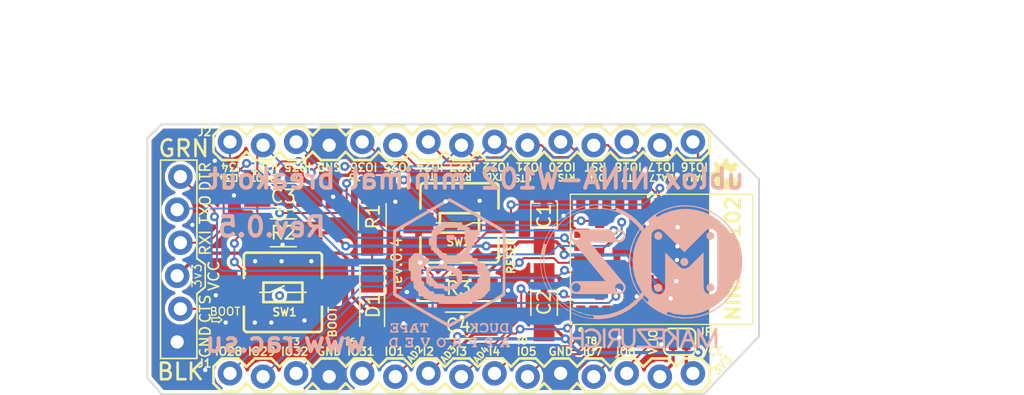
<source format=kicad_pcb>
(kicad_pcb (version 20170919) (host pcbnew "(2017-09-19 revision dddaa7e69)-makepkg")
  (title_block (title "ublox NINA-W102 minimal breakout") (date 2018-04-22) (rev 0.4) (company "GDG Zürich") (comment 1 "Michel Racic"))
  (layers (0 F.Cu signal hide) (31 B.Cu signal hide) (34 B.Paste user) (35 F.Paste user) (36 B.SilkS user) (37 F.SilkS user) (38 B.Mask user) (39 F.Mask user) (44 Edge.Cuts user))
  (net 0 "")
  (net 1 +3V3)
  (net 2 GND)
  (net 3 CTS)
  (net 4 DTR)
  (net 5 "Net-(D1-Pad1)")
  (net 6 "Net-(J1-Pad1)")
  (net 7 "Net-(J1-Pad2)")
  (net 8 "Net-(J1-Pad3)")
  (net 9 "Net-(J1-Pad5)")
  (net 10 "Net-(J1-Pad6)")
  (net 11 "Net-(J1-Pad7)")
  (net 12 "Net-(J1-Pad8)")
  (net 13 "Net-(J1-Pad9)")
  (net 14 "Net-(J1-Pad10)")
  (net 15 "Net-(J1-Pad12)")
  (net 16 "Net-(J1-Pad13)")
  (net 17 "Net-(J2-Pad1)")
  (net 18 "Net-(J2-Pad3)")
  (net 19 "Net-(J2-Pad5)")
  (net 20 "Net-(J2-Pad6)")
  (net 21 "Net-(J2-Pad7)")
  (net 22 RXD)
  (net 23 TXD)
  (net 24 "Net-(J2-Pad10)")
  (net 25 "Net-(J2-Pad11)")
  (net 26 "Net-(J2-Pad13)")
  (net 27 "Net-(J2-Pad14)")
  (net 28 "Net-(J2-Pad15)")
  (net 29 "Net-(U1-Pad11)")
  (net 30 "Net-(U1-Pad13)")
  (net 31 "Net-(U1-Pad15)")
  (net 32 "Net-(U1-Pad33)")
  (net 33 +1V8)
  (module lib:DuckTapeApproved-MIT (layer B.Cu) (at 127.254 107.696 180)
    (fp_text reference G*** hide)
    (fp_text value LOGO hide)
  )
  (module switchessilicone:TACTILE_SWITCH_SMD_6.0X6.0MM (layer F.Cu) (at 128.1176 103.632 180)
    (fp_text reference SW2 (at 0.0635 -1.4605 180) (layer F.SilkS) (effects (font (size 0.6096 0.6096) (thickness 0.127))))
    (fp_text value RESET (at -3.9624 -2.54 270) (layer F.SilkS) (effects (font (size 0.6096 0.6096) (thickness 0.127))))
    (pad 1 smd rect (at -3.1496 0) (size 2.2987 1.59766) (layers F.Cu F.Paste F.Mask) (net 4 DTR))
    (pad 2 smd rect (at 3.1496 0) (size 2.2987 1.59766) (layers F.Cu F.Paste F.Mask) (net 2 GND))
  )
  (module switchessilicone:TACTILE_SWITCH_SMD_6.0X6.0MM (layer F.Cu) (at 114.554 108.966)
    (fp_text reference SW1 (at 0.127 1.524) (layer F.SilkS) (effects (font (size 0.6096 0.6096) (thickness 0.127))))
    (fp_text value BOOT (at 3.81 2.286 90) (layer F.SilkS) (effects (font (size 0.6096 0.6096) (thickness 0.127))))
    (pad 1 smd rect (at -3.1496 0 180) (size 2.2987 1.59766) (layers F.Cu F.Paste F.Mask) (net 3 CTS))
    (pad 2 smd rect (at 3.1496 0 180) (size 2.2987 1.59766) (layers F.Cu F.Paste F.Mask) (net 2 GND))
  )
  (module 6_PIN_SERIAL_TARGET_SIDE_W_SILK (layer F.Cu) (at 106.68 106.426 270)
    (fp_text reference J3 hide)
    (fp_text value 6_PIN_SERIAL_TARGETLOCK hide)
    (fp_text user 3v3 (at 1.27 -1.27 270) (layer F.SilkS) (effects (font (size 0.7 0.7) (thickness 0.1))))
    (fp_text user GRN (at -8.509 -0.254) (layer F.SilkS) (effects (font (size 1.27 1.27) (thickness 0.2032))))
    (fp_text user BLK (at 8.636 0) (layer F.SilkS) (effects (font (size 1.27 1.27) (thickness 0.2032))))
    (fp_text user TXO (at -3.81 -1.905 270) (layer F.SilkS) (effects (font (size 0.8128 0.8128) (thickness 0.127))))
    (fp_text user RXI (at -1.27 -1.905 270) (layer F.SilkS) (effects (font (size 0.8128 0.8128) (thickness 0.127))))
    (fp_text user VCC (at 1.27 -2.5654 270) (layer F.SilkS) (effects (font (size 0.8128 0.8128) (thickness 0.127))))
    (fp_text user DTR (at -6.35 -1.905 270) (layer F.SilkS) (effects (font (size 0.8128 0.8128) (thickness 0.127))))
    (fp_text user GND (at 6.35 -1.905 270) (layer F.SilkS) (effects (font (size 0.8128 0.8128) (thickness 0.127))))
    (fp_text user CTS (at 3.81 -1.905 270) (layer F.SilkS) (effects (font (size 0.8128 0.8128) (thickness 0.127))))
    (pad DTR thru_hole circle (at -6.35 0 270) (size 1.8796 1.8796) (drill 1.016) (layers *.Cu *.Mask) (net 4 DTR))
    (pad TXO thru_hole circle (at -3.81 0.25 270) (size 1.8796 1.8796) (drill 1.016) (layers *.Cu *.Mask) (net 23 TXD))
    (pad RXI thru_hole circle (at -1.27 0 270) (size 1.8796 1.8796) (drill 1.016) (layers *.Cu *.Mask) (net 22 RXD))
    (pad VCC thru_hole circle (at 1.27 0.25 270) (size 1.8796 1.8796) (drill 1.016) (layers *.Cu *.Mask) (net 1 +3V3))
    (pad CTS thru_hole circle (at 3.81 0 270) (size 1.8796 1.8796) (drill 1.016) (layers *.Cu *.Mask) (net 3 CTS))
    (pad GND thru_hole circle (at 6.35 0.25 270) (size 1.8796 1.8796) (drill 1.016) (layers *.Cu *.Mask) (net 2 GND))
  )
  (module Capacitors_SMD:C_1206_HandSoldering (layer F.Cu) (at 134.62 103.092 90)
    (fp_text reference C1 (at 0 0 90) (layer F.SilkS))
    (fp_text value 100nF)
    (pad 1 smd rect (at -2 0 90) (size 2 1.6) (layers F.Cu F.Paste F.Mask) (net 33 +1V8))
    (pad 2 smd rect (at 2 0 90) (size 2 1.6) (layers F.Cu F.Paste F.Mask) (net 2 GND))
  )
  (module Capacitors_SMD:C_1206_HandSoldering (layer F.Cu) (at 134.62 109.728 90)
    (fp_text reference C2 (at -0.032 0 90) (layer F.SilkS))
    (fp_text value 100nF)
    (pad 1 smd rect (at -2 0 90) (size 2 1.6) (layers F.Cu F.Paste F.Mask) (net 1 +3V3))
    (pad 2 smd rect (at 2 0 90) (size 2 1.6) (layers F.Cu F.Paste F.Mask) (net 2 GND))
  )
  (module Capacitors_SMD:C_1206_HandSoldering (layer F.Cu) (at 114.586 101.6)
    (fp_text reference C3 (at 0 0) (layer F.SilkS))
    (fp_text value 1uF)
    (pad 1 smd rect (at -2 0) (size 2 1.6) (layers F.Cu F.Paste F.Mask) (net 3 CTS))
    (pad 2 smd rect (at 2 0) (size 2 1.6) (layers F.Cu F.Paste F.Mask) (net 2 GND))
  )
  (module Capacitors_SMD:C_1206_HandSoldering (layer F.Cu) (at 128.048 111.506)
    (fp_text reference C4 (at -0.032 0) (layer F.SilkS))
    (fp_text value 1uF)
    (pad 1 smd rect (at -2 0) (size 2 1.6) (layers F.Cu F.Paste F.Mask) (net 4 DTR))
    (pad 2 smd rect (at 2 0) (size 2 1.6) (layers F.Cu F.Paste F.Mask) (net 2 GND))
  )
  (module LEDs:LED_1206_HandSoldering (layer F.Cu) (at 121.412 109.982 270)
    (fp_text reference D1 (at 0 -0.0635 270) (layer F.SilkS))
    (fp_text value "PWR RED")
    (pad 1 smd rect (at -2 0 270) (size 2 1.7) (layers F.Cu F.Paste F.Mask) (net 5 "Net-(D1-Pad1)"))
    (pad 2 smd rect (at 2 0 270) (size 2 1.7) (layers F.Cu F.Paste F.Mask) (net 1 +3V3))
  )
  (module Resistors_SMD:R_1206_HandSoldering (layer F.Cu) (at 121.412 103.156 90)
    (fp_text reference R1 (at 0 0.0635 90) (layer F.SilkS))
    (fp_text value 1k)
    (pad 1 smd rect (at -2 0 90) (size 2 1.7) (layers F.Cu F.Paste F.Mask) (net 5 "Net-(D1-Pad1)"))
    (pad 2 smd rect (at 2 0 90) (size 2 1.7) (layers F.Cu F.Paste F.Mask) (net 2 GND))
  )
  (module Resistors_SMD:R_1206_HandSoldering (layer F.Cu) (at 114.586 104.394 180)
    (fp_text reference R2 (at 0 0 180) (layer F.SilkS))
    (fp_text value 10k)
    (pad 1 smd rect (at -2 0 180) (size 2 1.7) (layers F.Cu F.Paste F.Mask) (net 33 +1V8))
    (pad 2 smd rect (at 2 0 180) (size 2 1.7) (layers F.Cu F.Paste F.Mask) (net 3 CTS))
  )
  (module Resistors_SMD:R_1206_HandSoldering (layer F.Cu) (at 128.048 108.712 180)
    (fp_text reference R3 (at 0 0.0635 180) (layer F.SilkS))
    (fp_text value 10k)
    (pad 1 smd rect (at -2 0 180) (size 2 1.7) (layers F.Cu F.Paste F.Mask) (net 33 +1V8))
    (pad 2 smd rect (at 2 0 180) (size 2 1.7) (layers F.Cu F.Paste F.Mask) (net 4 DTR))
  )
  (module lib:NINA-W102 (layer F.Cu) (at 143.637 106.68)
    (fp_text reference U1 hide)
    (fp_text value NINA-W102 (at 5.5 -0.3 90) (layer F.SilkS) (effects (font (size 1.1 1.1) (thickness 0.22))))
    (pad 1 smd rect (at -6.2 3.875) (size 0.7 1.15) (layers F.Cu F.Paste F.Mask) (net 10 "Net-(J1-Pad6)"))
    (pad 2 smd rect (at -5.2 3.875) (size 0.7 1.15) (layers F.Cu F.Paste F.Mask) (net 11 "Net-(J1-Pad7)"))
    (pad 3 smd rect (at -4.2 3.875) (size 0.7 1.15) (layers F.Cu F.Paste F.Mask) (net 12 "Net-(J1-Pad8)"))
    (pad 4 smd rect (at -3.2 3.875) (size 0.7 1.15) (layers F.Cu F.Paste F.Mask) (net 13 "Net-(J1-Pad9)"))
    (pad 5 smd rect (at -2.2 3.875) (size 0.7 1.15) (layers F.Cu F.Paste F.Mask) (net 14 "Net-(J1-Pad10)"))
    (pad 6 smd rect (at -1.2 3.875) (size 0.7 1.15) (layers F.Cu F.Paste F.Mask) (net 2 GND))
    (pad 7 smd rect (at -0.2 3.875) (size 0.7 1.15) (layers F.Cu F.Paste F.Mask) (net 15 "Net-(J1-Pad12)"))
    (pad 8 smd rect (at 0.8 3.875) (size 0.7 1.15) (layers F.Cu F.Paste F.Mask) (net 16 "Net-(J1-Pad13)"))
    (pad 9 smd rect (at 1.8 3.875) (size 0.7 1.15) (layers F.Cu F.Paste F.Mask) (net 33 +1V8))
    (pad 10 smd rect (at 2.8 3.875) (size 0.7 1.15) (layers F.Cu F.Paste F.Mask) (net 1 +3V3))
    (pad 11 smd rect (at 2.725 1.75 90) (size 0.7 1.15) (layers F.Cu F.Paste F.Mask) (net 29 "Net-(U1-Pad11)"))
    (pad 12 smd rect (at 2.725 0.75 90) (size 0.7 1.15) (layers F.Cu F.Paste F.Mask) (net 2 GND))
    (pad 13 smd rect (at 2.725 -0.25 90) (size 0.7 1.15) (layers F.Cu F.Paste F.Mask) (net 30 "Net-(U1-Pad13)"))
    (pad 14 smd rect (at 2.725 -1.25 90) (size 0.7 1.15) (layers F.Cu F.Paste F.Mask) (net 2 GND))
    (pad 15 smd rect (at 2.725 -2.25 90) (size 0.7 1.15) (layers F.Cu F.Paste F.Mask) (net 31 "Net-(U1-Pad15)"))
    (pad 16 smd rect (at 2.8 -4.375) (size 0.7 1.15) (layers F.Cu F.Paste F.Mask) (net 28 "Net-(J2-Pad15)"))
    (pad 17 smd rect (at 1.8 -4.375) (size 0.7 1.15) (layers F.Cu F.Paste F.Mask) (net 27 "Net-(J2-Pad14)"))
    (pad 18 smd rect (at 0.8 -4.375) (size 0.7 1.15) (layers F.Cu F.Paste F.Mask) (net 26 "Net-(J2-Pad13)"))
    (pad 19 smd rect (at -0.2 -4.375) (size 0.7 1.15) (layers F.Cu F.Paste F.Mask) (net 4 DTR))
    (pad 20 smd rect (at -1.2 -4.375) (size 0.7 1.15) (layers F.Cu F.Paste F.Mask) (net 25 "Net-(J2-Pad11)"))
    (pad 21 smd rect (at -2.2 -4.375) (size 0.7 1.15) (layers F.Cu F.Paste F.Mask) (net 24 "Net-(J2-Pad10)"))
    (pad 22 smd rect (at -3.2 -4.375) (size 0.7 1.15) (layers F.Cu F.Paste F.Mask) (net 23 TXD))
    (pad 23 smd rect (at -4.2 -4.375) (size 0.7 1.15) (layers F.Cu F.Paste F.Mask) (net 22 RXD))
    (pad 24 smd rect (at -5.2 -4.375) (size 0.7 1.15) (layers F.Cu F.Paste F.Mask) (net 21 "Net-(J2-Pad7)"))
    (pad 25 smd rect (at -6.2 -4.375) (size 0.7 1.15) (layers F.Cu F.Paste F.Mask) (net 20 "Net-(J2-Pad6)"))
    (pad 26 smd rect (at -6.125 -2.25 90) (size 0.7 1.15) (layers F.Cu F.Paste F.Mask) (net 2 GND))
    (pad 27 smd rect (at -6.125 -1.25 90) (size 0.7 1.15) (layers F.Cu F.Paste F.Mask) (net 3 CTS))
    (pad 28 smd rect (at -6.125 -0.25 90) (size 0.7 1.15) (layers F.Cu F.Paste F.Mask) (net 6 "Net-(J1-Pad1)"))
    (pad 29 smd rect (at -6.125 0.75 90) (size 0.7 1.15) (layers F.Cu F.Paste F.Mask) (net 7 "Net-(J1-Pad2)"))
    (pad 30 smd rect (at -6.125 1.75 90) (size 0.7 1.15) (layers F.Cu F.Paste F.Mask) (net 2 GND))
    (pad 31 smd rect (at -4.75 2.5 90) (size 0.7 0.7) (layers F.Cu F.Paste F.Mask) (net 9 "Net-(J1-Pad5)"))
    (pad 32 smd rect (at -4.75 1.4 90) (size 0.7 0.7) (layers F.Cu F.Paste F.Mask) (net 8 "Net-(J1-Pad3)"))
    (pad 33 smd rect (at -4.75 0.3 90) (size 0.7 0.7) (layers F.Cu F.Paste F.Mask) (net 32 "Net-(U1-Pad33)"))
    (pad 34 smd rect (at -4.75 -0.8 90) (size 0.7 0.7) (layers F.Cu F.Paste F.Mask) (net 17 "Net-(J2-Pad1)"))
    (pad 35 smd rect (at -4.75 -1.9 90) (size 0.7 0.7) (layers F.Cu F.Paste F.Mask) (net 18 "Net-(J2-Pad3)"))
    (pad 36 smd rect (at -4.75 -3 90) (size 0.7 0.7) (layers F.Cu F.Paste F.Mask) (net 19 "Net-(J2-Pad5)"))
    (pad 37 smd rect (at -3.42 0.325 90) (size 0.7 0.7) (layers F.Cu F.Paste F.Mask) (net 2 GND))
    (pad 38 smd rect (at -3.42 -0.825 90) (size 0.7 0.7) (layers F.Cu F.Paste F.Mask) (net 2 GND))
    (pad 39 smd rect (at -2.27 1.475 90) (size 0.7 0.7) (layers F.Cu F.Paste F.Mask) (net 2 GND))
    (pad 40 smd rect (at -2.27 0.325 90) (size 0.7 0.7) (layers F.Cu F.Paste F.Mask) (net 2 GND))
    (pad 41 smd rect (at -2.27 -0.825 90) (size 0.7 0.7) (layers F.Cu F.Paste F.Mask) (net 2 GND))
    (pad 42 smd rect (at -2.27 -1.975 90) (size 0.7 0.7) (layers F.Cu F.Paste F.Mask) (net 2 GND))
    (pad 43 smd rect (at -1.12 0.325 90) (size 0.7 0.7) (layers F.Cu F.Paste F.Mask) (net 2 GND))
    (pad 44 smd rect (at -1.12 -0.825 90) (size 0.7 0.7) (layers F.Cu F.Paste F.Mask) (net 2 GND))
    (pad 45 smd rect (at 0.03 1.475 90) (size 0.7 0.7) (layers F.Cu F.Paste F.Mask) (net 2 GND))
    (pad 46 smd rect (at 0.03 0.325 90) (size 0.7 0.7) (layers F.Cu F.Paste F.Mask) (net 2 GND))
    (pad 47 smd rect (at 0.03 -0.825 90) (size 0.7 0.7) (layers F.Cu F.Paste F.Mask) (net 2 GND))
    (pad 48 smd rect (at 0.03 -1.975 90) (size 0.7 0.7) (layers F.Cu F.Paste F.Mask) (net 2 GND))
  )
  (module lib:BREADBOARD_SPACING_80mm (layer F.Cu) (at 83.7184 106.3498 90)
    (fp_text reference "" (at 0 0 90) (layer F.SilkS))
    (fp_text value "" (at 0 0 90) (layer F.SilkS))
  )
  (module Aesthetics:OSHW-LOGO-MINI (layer F.Cu) (at 148.5646 99.8982 90)
    (fp_text reference "" (at 0 0 90) (layer F.SilkS))
    (fp_text value "" (at 0 0 90) (layer F.SilkS))
  )
  (module lib:MakeZurich-15x11-silk (layer B.Cu) (at 142.0876 107.7468 180)
    (fp_text reference MakeZurich-15x11-silk hide)
    (fp_text value G*** hide)
  )
  (module lib:SMT-JUMPER_2_NC_TRACE_SILK (layer F.Cu) (at 145.034 112.7633)
    (fp_text reference JP1 (at 2.286 -0.7493) (layer F.SilkS) (effects (font (size 0.6096 0.6096) (thickness 0.127))))
    (fp_text value JUMPER-SMT_2_NC hide)
    (fp_line (start -0.508 0) (end 0.508 0) (layer F.Cu) (width 0.254))
    (pad 1 smd rect (at -0.508 0) (size 0.635 1.27) (layers F.Cu F.Mask) (net 33 +1V8))
    (pad 2 smd rect (at 0.508 0) (size 0.635 1.27) (layers F.Cu F.Mask) (net 1 +3V3))
  )
  (module lib:1X15_LOCK (layer F.Cu) (at 110.49 97.536)
    (fp_text reference J2 (at -1.9558 -0.889 180) (layer F.SilkS) (effects (font (size 0.6096 0.6096) (thickness 0.127))))
    (fp_text value Conn_01x15 hide)
    (pad 1 thru_hole circle (at 0 -0.127) (size 1.8796 1.8796) (drill 1.016) (layers *.Cu *.Mask) (net 17 "Net-(J2-Pad1)"))
    (pad 2 thru_hole circle (at 2.54 0.127) (size 1.8796 1.8796) (drill 1.016) (layers *.Cu *.Mask) (net 3 CTS))
    (pad 3 thru_hole circle (at 5.08 -0.127) (size 1.8796 1.8796) (drill 1.016) (layers *.Cu *.Mask) (net 18 "Net-(J2-Pad3)"))
    (pad 4 thru_hole circle (at 7.62 0.127) (size 1.8796 1.8796) (drill 1.016) (layers *.Cu *.Mask) (net 2 GND))
    (pad 5 thru_hole circle (at 10.16 -0.127) (size 1.8796 1.8796) (drill 1.016) (layers *.Cu *.Mask) (net 19 "Net-(J2-Pad5)"))
    (pad 6 thru_hole circle (at 12.7 0.127) (size 1.8796 1.8796) (drill 1.016) (layers *.Cu *.Mask) (net 20 "Net-(J2-Pad6)"))
    (pad 7 thru_hole circle (at 15.24 -0.127) (size 1.8796 1.8796) (drill 1.016) (layers *.Cu *.Mask) (net 21 "Net-(J2-Pad7)"))
    (pad 8 thru_hole circle (at 17.78 0.127) (size 1.8796 1.8796) (drill 1.016) (layers *.Cu *.Mask) (net 22 RXD))
    (pad 9 thru_hole circle (at 20.32 -0.127) (size 1.8796 1.8796) (drill 1.016) (layers *.Cu *.Mask) (net 23 TXD))
    (pad 10 thru_hole circle (at 22.86 0.127) (size 1.8796 1.8796) (drill 1.016) (layers *.Cu *.Mask) (net 24 "Net-(J2-Pad10)"))
    (pad 11 thru_hole circle (at 25.4 -0.127) (size 1.8796 1.8796) (drill 1.016) (layers *.Cu *.Mask) (net 25 "Net-(J2-Pad11)"))
    (pad 12 thru_hole circle (at 27.94 0.127) (size 1.8796 1.8796) (drill 1.016) (layers *.Cu *.Mask) (net 4 DTR))
    (pad 13 thru_hole circle (at 30.48 -0.127) (size 1.8796 1.8796) (drill 1.016) (layers *.Cu *.Mask) (net 26 "Net-(J2-Pad13)"))
    (pad 14 thru_hole circle (at 33.02 0.127) (size 1.8796 1.8796) (drill 1.016) (layers *.Cu *.Mask) (net 27 "Net-(J2-Pad14)"))
    (pad 15 thru_hole circle (at 35.56 -0.127) (size 1.8796 1.8796) (drill 1.016) (layers *.Cu *.Mask) (net 28 "Net-(J2-Pad15)"))
  )
  (module lib:1X15_LOCK (layer F.Cu) (at 110.49 115.316)
    (fp_text reference J1 (at -1.9558 -0.889 180) (layer F.SilkS) (effects (font (size 0.6096 0.6096) (thickness 0.127))))
    (fp_text value Conn_01x15 hide)
    (pad 1 thru_hole circle (at 0 -0.127) (size 1.8796 1.8796) (drill 1.016) (layers *.Cu *.Mask) (net 6 "Net-(J1-Pad1)"))
    (pad 2 thru_hole circle (at 2.54 0.127) (size 1.8796 1.8796) (drill 1.016) (layers *.Cu *.Mask) (net 7 "Net-(J1-Pad2)"))
    (pad 3 thru_hole circle (at 5.08 -0.127) (size 1.8796 1.8796) (drill 1.016) (layers *.Cu *.Mask) (net 8 "Net-(J1-Pad3)"))
    (pad 4 thru_hole circle (at 7.62 0.127) (size 1.8796 1.8796) (drill 1.016) (layers *.Cu *.Mask) (net 2 GND))
    (pad 5 thru_hole circle (at 10.16 -0.127) (size 1.8796 1.8796) (drill 1.016) (layers *.Cu *.Mask) (net 9 "Net-(J1-Pad5)"))
    (pad 6 thru_hole circle (at 12.7 0.127) (size 1.8796 1.8796) (drill 1.016) (layers *.Cu *.Mask) (net 10 "Net-(J1-Pad6)"))
    (pad 7 thru_hole circle (at 15.24 -0.127) (size 1.8796 1.8796) (drill 1.016) (layers *.Cu *.Mask) (net 11 "Net-(J1-Pad7)"))
    (pad 8 thru_hole circle (at 17.78 0.127) (size 1.8796 1.8796) (drill 1.016) (layers *.Cu *.Mask) (net 12 "Net-(J1-Pad8)"))
    (pad 9 thru_hole circle (at 20.32 -0.127) (size 1.8796 1.8796) (drill 1.016) (layers *.Cu *.Mask) (net 13 "Net-(J1-Pad9)"))
    (pad 10 thru_hole circle (at 22.86 0.127) (size 1.8796 1.8796) (drill 1.016) (layers *.Cu *.Mask) (net 14 "Net-(J1-Pad10)"))
    (pad 11 thru_hole circle (at 25.4 -0.127) (size 1.8796 1.8796) (drill 1.016) (layers *.Cu *.Mask) (net 2 GND))
    (pad 12 thru_hole circle (at 27.94 0.127) (size 1.8796 1.8796) (drill 1.016) (layers *.Cu *.Mask) (net 15 "Net-(J1-Pad12)"))
    (pad 13 thru_hole circle (at 30.48 -0.127) (size 1.8796 1.8796) (drill 1.016) (layers *.Cu *.Mask) (net 16 "Net-(J1-Pad13)"))
    (pad 14 thru_hole circle (at 33.02 0.127) (size 1.8796 1.8796) (drill 1.016) (layers *.Cu *.Mask) (net 33 +1V8))
    (pad 15 thru_hole circle (at 35.56 -0.127) (size 1.8796 1.8796) (drill 1.016) (layers *.Cu *.Mask) (net 1 +3V3))
  )
  (gr_text www.rac.su (at 114.7572 112.8014) (layer B.SilkS) (effects (font (size 1.5 1.5) (thickness 0.3)) (justify mirror)))
  (gr_text Rev.0.5 (at 113.6904 103.9368) (layer B.SilkS) (effects (font (size 1.5 1.5) (thickness 0.3)) (justify mirror)))
  (gr_text "ublox NINA-W102 minimal breakout" (at 129.413 100.2538) (layer B.SilkS) (effects (font (size 1.5 1.5) (thickness 0.3)) (justify mirror)))
  (gr_text ⇨ (at 110.1598 110.998) (layer F.SilkS) (effects (font (size 1 1) (thickness 0.1)) (justify right)))
  (gr_text BOOT (at 111.3536 110.4392) (layer F.SilkS) (effects (font (size 0.6096 0.6096) (thickness 0.1)) (justify right)))
  (gr_text CTS (at 132.2324 100.1776 180) (layer F.SilkS) (effects (font (size 0.5 0.5) (thickness 0.12)) (justify right)))
  (gr_text AD34 (at 109.601 100.1522 180) (layer F.SilkS) (effects (font (size 0.5 0.5) (thickness 0.12)) (justify right)))
  (gr_text T5 (at 119.5578 100.1014 180) (layer F.SilkS) (effects (font (size 0.5 0.5) (thickness 0.12)) (justify right)))
  (gr_text T4 (at 115.189 100.076 180) (layer F.SilkS) (effects (font (size 0.5 0.5) (thickness 0.12)) (justify right)))
  (gr_text T3 (at 115.9256 112.7506) (layer F.SilkS) (effects (font (size 0.5 0.5) (thickness 0.12)) (justify right)))
  (gr_text T6 (at 120.2182 112.776) (layer F.SilkS) (effects (font (size 0.5 0.5) (thickness 0.12)) (justify right)))
  (gr_text T0 (at 125.2728 100.0506 180) (layer F.SilkS) (effects (font (size 0.5 0.5) (thickness 0.12)) (justify right)))
  (gr_text RTS (at 135.5852 100.1268 180) (layer F.SilkS) (effects (font (size 0.5 0.5) (thickness 0.12)) (justify right)))
  (gr_text T7 (at 140.4874 100.1522 180) (layer F.SilkS) (effects (font (size 0.5 0.5) (thickness 0.12)) (justify right)))
  (gr_text DA17 (at 142.6464 100.1522 180) (layer F.SilkS) (effects (font (size 0.5 0.5) (thickness 0.12)) (justify right)))
  (gr_text DA16 (at 145.161 100.1522 180) (layer F.SilkS) (effects (font (size 0.5 0.5) (thickness 0.12)) (justify right)))
  (gr_text AD4 (at 130.2766 113.157 50) (layer F.SilkS) (effects (font (size 0.5 0.5) (thickness 0.12)) (justify right)))
  (gr_text AD3 (at 127.762 113.1316 50) (layer F.SilkS) (effects (font (size 0.5 0.5) (thickness 0.12)) (justify right)))
  (gr_text AD2 (at 125.1966 113.1062 50) (layer F.SilkS) (effects (font (size 0.5 0.5) (thickness 0.12)) (justify right)))
  (gr_text T9 (at 133.4262 112.6998) (layer F.SilkS) (effects (font (size 0.5 0.5) (thickness 0.12)) (justify right)))
  (gr_text T8 (at 138.7602 112.6998) (layer F.SilkS) (effects (font (size 0.5 0.5) (thickness 0.12)) (justify right)))
  (gr_text BOOT (at 112.014 100.1522 180) (layer F.SilkS) (effects (font (size 0.5 0.5) (thickness 0.12)) (justify right)))
  (gr_text DTR (at 137.8204 100.1268 180) (layer F.SilkS) (effects (font (size 0.5 0.5) (thickness 0.12)) (justify right)))
  (gr_text rev.0.4 (at 123.2916 106.7816 90) (layer F.SilkS) (effects (font (size 0.8 0.8) (thickness 0.127))))
  (gr_line (start 151.13 112.3442) (end 146.8882 116.7892) (layer Edge.Cuts) (width 0.15))
  (gr_line (start 151.13 100.2792) (end 151.13 112.3442) (layer Edge.Cuts) (width 0.15))
  (gr_line (start 146.8628 96.0628) (end 151.13 100.2792) (layer Edge.Cuts) (width 0.15))
  (gr_line (start 105.2322 96.0628) (end 146.8628 96.0628) (layer Edge.Cuts) (width 0.15))
  (gr_line (start 104.14 97.1296) (end 105.2322 96.0628) (layer Edge.Cuts) (width 0.15))
  (gr_line (start 104.14 115.5446) (end 104.14 97.1296) (layer Edge.Cuts) (width 0.15))
  (gr_line (start 105.2322 116.7892) (end 104.14 115.5446) (layer Edge.Cuts) (width 0.15))
  (gr_line (start 146.8882 116.7892) (end 105.2322 116.7892) (layer Edge.Cuts) (width 0.15))
  (gr_text TXD (at 130.048 100.076 180) (layer F.SilkS) (effects (font (size 0.5 0.5) (thickness 0.12)) (justify right)))
  (gr_text RXD (at 127.508 100.076 180) (layer F.SilkS) (effects (font (size 0.5 0.5) (thickness 0.12)) (justify right)))
  (gr_text IO16 (at 145.034 99.314 180) (layer F.SilkS) (effects (font (size 0.6096 0.6096) (thickness 0.127)) (justify right)))
  (gr_text IO17 (at 142.494 99.314 180) (layer F.SilkS) (effects (font (size 0.6096 0.6096) (thickness 0.127)) (justify right)))
  (gr_text IO18 (at 139.954 99.314 180) (layer F.SilkS) (effects (font (size 0.6096 0.6096) (thickness 0.127)) (justify right)))
  (gr_text RST (at 137.668 99.314 180) (layer F.SilkS) (effects (font (size 0.6096 0.6096) (thickness 0.127)) (justify right)))
  (gr_text IO20 (at 134.874 99.314 180) (layer F.SilkS) (effects (font (size 0.6096 0.6096) (thickness 0.127)) (justify right)))
  (gr_text IO21 (at 132.334 99.314 180) (layer F.SilkS) (effects (font (size 0.6096 0.6096) (thickness 0.127)) (justify right)))
  (gr_text IO22 (at 129.794 99.314 180) (layer F.SilkS) (effects (font (size 0.6096 0.6096) (thickness 0.127)) (justify right)))
  (gr_text IO23 (at 127.254 99.314 180) (layer F.SilkS) (effects (font (size 0.6096 0.6096) (thickness 0.127)) (justify right)))
  (gr_text IO24 (at 124.714 99.314 180) (layer F.SilkS) (effects (font (size 0.6096 0.6096) (thickness 0.127)) (justify right)))
  (gr_text IO25 (at 122.174 99.314 180) (layer F.SilkS) (effects (font (size 0.6096 0.6096) (thickness 0.127)) (justify right)))
  (gr_text IO36 (at 119.634 99.314 180) (layer F.SilkS) (effects (font (size 0.6096 0.6096) (thickness 0.127)) (justify right)))
  (gr_text GND (at 117.094 99.314 180) (layer F.SilkS) (effects (font (size 0.6096 0.6096) (thickness 0.127)) (justify right)))
  (gr_text IO35 (at 114.554 99.314 180) (layer F.SilkS) (effects (font (size 0.6096 0.6096) (thickness 0.127)) (justify right)))
  (gr_text IO27 (at 112.014 99.314 180) (layer F.SilkS) (effects (font (size 0.6096 0.6096) (thickness 0.127)) (justify right)))
  (gr_text I34 (at 109.728 99.314 180) (layer F.SilkS) (effects (font (size 0.6096 0.6096) (thickness 0.127)) (justify right)))
  (gr_text IO28 (at 111.506 113.5126) (layer F.SilkS) (effects (font (size 0.6096 0.6096) (thickness 0.127)) (justify right)))
  (gr_text IO29 (at 114.046 113.5126) (layer F.SilkS) (effects (font (size 0.6096 0.6096) (thickness 0.127)) (justify right)))
  (gr_text IO32 (at 116.586 113.5126) (layer F.SilkS) (effects (font (size 0.6096 0.6096) (thickness 0.127)) (justify right)))
  (gr_text GND (at 119.126 113.5126) (layer F.SilkS) (effects (font (size 0.6096 0.6096) (thickness 0.127)) (justify right)))
  (gr_text IO31 (at 121.666 113.5126) (layer F.SilkS) (effects (font (size 0.6096 0.6096) (thickness 0.127)) (justify right)))
  (gr_text IO1 (at 123.952 113.5126) (layer F.SilkS) (effects (font (size 0.6096 0.6096) (thickness 0.127)) (justify right)))
  (gr_text I2 (at 126.238 113.5126) (layer F.SilkS) (effects (font (size 0.6096 0.6096) (thickness 0.127)) (justify right)))
  (gr_text I3 (at 128.778 113.5126) (layer F.SilkS) (effects (font (size 0.6096 0.6096) (thickness 0.127)) (justify right)))
  (gr_text I4 (at 131.318 113.5126) (layer F.SilkS) (effects (font (size 0.6096 0.6096) (thickness 0.127)) (justify right)))
  (gr_text IO5 (at 134.112 113.5126) (layer F.SilkS) (effects (font (size 0.6096 0.6096) (thickness 0.127)) (justify right)))
  (gr_text IO7 (at 139.192 113.5126) (layer F.SilkS) (effects (font (size 0.6096 0.6096) (thickness 0.127)) (justify right)))
  (gr_text GND (at 136.906 113.5126) (layer F.SilkS) (effects (font (size 0.6096 0.6096) (thickness 0.127)) (justify right)))
  (gr_text IO8 (at 141.732 113.5126) (layer F.SilkS) (effects (font (size 0.6096 0.6096) (thickness 0.127)) (justify right)))
  (gr_text 3V3 (at 148.3106 114.554 45) (layer F.SilkS) (effects (font (size 0.6096 0.6096) (thickness 0.127))))
  (gr_text V_IO (at 143.002 112.776 90) (layer F.SilkS) (effects (font (size 0.6096 0.6096) (thickness 0.127))))
  (gr_text VCC (at 147.574 113.5126) (layer F.SilkS) (effects (font (size 0.6096 0.6096) (thickness 0.127))))
  (via (at 114.3 109.22) (size 0.6858) (drill 0.3302) (layers F.Cu B.Cu) (net 0))
  (segment (start 106.43 107.696) (end 108.169902 105.956098) (width 0.254) (layer F.Cu) (net 1))
  (segment (start 119.058329 105.956098) (end 119.923612 106.821381) (width 0.254) (layer F.Cu) (net 1))
  (segment (start 108.169902 105.956098) (end 119.058329 105.956098) (width 0.254) (layer F.Cu) (net 1))
  (via (at 136.242745 112.534656) (size 0.6858) (drill 0.3302) (layers F.Cu B.Cu) (net 1))
  (segment (start 136.585644 112.877555) (end 136.242745 112.534656) (width 0.254) (layer B.Cu) (net 1))
  (segment (start 137.299473 113.591384) (end 136.585644 112.877555) (width 0.254) (layer B.Cu) (net 1))
  (segment (start 135.436089 111.728) (end 135.899846 112.191757) (width 0.254) (layer F.Cu) (net 1))
  (segment (start 135.757812 112.534656) (end 136.242745 112.534656) (width 0.254) (layer B.Cu) (net 1))
  (segment (start 128.619272 112.534656) (end 135.757812 112.534656) (width 0.254) (layer B.Cu) (net 1))
  (segment (start 127.959193 112.35951) (end 128.444126 112.35951) (width 0.254) (layer B.Cu) (net 1))
  (segment (start 134.62 111.728) (end 135.436089 111.728) (width 0.254) (layer F.Cu) (net 1))
  (segment (start 135.899846 112.191757) (end 136.242745 112.534656) (width 0.254) (layer F.Cu) (net 1))
  (segment (start 128.444126 112.35951) (end 128.619272 112.534656) (width 0.254) (layer B.Cu) (net 1))
  (segment (start 146.439427 113.591384) (end 137.299473 113.591384) (width 0.254) (layer B.Cu) (net 1))
  (segment (start 121.412 111.982) (end 121.412 110.8296) (width 0.254) (layer F.Cu) (net 1))
  (segment (start 121.412 110.8296) (end 119.92071 109.33831) (width 0.254) (layer F.Cu) (net 1))
  (segment (start 119.92071 109.33831) (end 119.92071 106.827184) (width 0.254) (layer F.Cu) (net 1))
  (segment (start 127.567718 112.703652) (end 127.615051 112.703652) (width 0.1524) (layer F.Cu) (net 1))
  (segment (start 127.615051 112.703652) (end 127.959193 112.35951) (width 0.254) (layer F.Cu) (net 1))
  (via (at 127.959193 112.35951) (size 0.6858) (drill 0.3302) (layers F.Cu B.Cu) (net 1))
  (segment (start 146.437 113.572158) (end 146.445016 113.580174) (width 0.254) (layer F.Cu) (net 1))
  (segment (start 146.437 112.776) (end 146.437 113.572158) (width 0.254) (layer F.Cu) (net 1))
  (segment (start 146.437 112.776) (end 146.437 110.555) (width 0.254) (layer F.Cu) (net 1))
  (via (at 146.445016 113.580174) (size 0.6858) (drill 0.3302) (layers F.Cu B.Cu) (net 1))
  (segment (start 146.416897 112.766151) (end 146.414046 112.7633) (width 0.254) (layer F.Cu) (net 1))
  (segment (start 146.414046 112.7633) (end 145.542 112.7633) (width 0.254) (layer F.Cu) (net 1))
  (segment (start 121.412 111.982) (end 122.4144 111.982) (width 0.254) (layer F.Cu) (net 1))
  (segment (start 122.4144 111.982) (end 123.136052 112.703652) (width 0.254) (layer F.Cu) (net 1))
  (segment (start 123.136052 112.703652) (end 127.567718 112.703652) (width 0.254) (layer F.Cu) (net 1))
  (segment (start 127.567718 112.703652) (end 127.574228 112.697142) (width 0.254) (layer F.Cu) (net 1))
  (segment (start 146.437 110.877) (end 146.437 110.555) (width 0.254) (layer F.Cu) (net 1))
  (segment (start 145.542 112.7633) (end 145.542 114.681) (width 0.254) (layer F.Cu) (net 1))
  (segment (start 145.542 114.681) (end 146.05 115.189) (width 0.254) (layer F.Cu) (net 1))
  (segment (start 129.8956 101.4476) (end 129.8956 101.7016) (width 0.1524) (layer F.Cu) (net 2))
  (segment (start 129.8956 101.7016) (end 129.667 101.9302) (width 0.1524) (layer F.Cu) (net 2))
  (via (at 129.667 101.9302) (size 0.6858) (drill 0.3302) (layers F.Cu B.Cu) (net 2))
  (segment (start 126.9492 101.6) (end 126.9492 101.8794) (width 0.1524) (layer F.Cu) (net 2))
  (segment (start 126.9492 101.8794) (end 127.0508 101.981) (width 0.1524) (layer F.Cu) (net 2))
  (via (at 127.0508 101.981) (size 0.6858) (drill 0.3302) (layers F.Cu B.Cu) (net 2))
  (segment (start 123.19 102.0064) (end 123.19 101.6) (width 0.254) (layer F.Cu) (net 2))
  (segment (start 124.968 103.632) (end 124.61748 103.632) (width 0.1524) (layer F.Cu) (net 2))
  (segment (start 124.61748 103.632) (end 123.19 102.20452) (width 0.1524) (layer F.Cu) (net 2))
  (segment (start 123.19 102.20452) (end 123.19 102.0064) (width 0.1524) (layer F.Cu) (net 2))
  (via (at 123.19 102.0064) (size 0.6858) (drill 0.3302) (layers F.Cu B.Cu) (net 2))
  (segment (start 141.367 108.155) (end 141.367 108.9058) (width 0.1524) (layer F.Cu) (net 2))
  (segment (start 141.367 108.9058) (end 141.732 109.2708) (width 0.1524) (layer F.Cu) (net 2))
  (via (at 141.732 109.2708) (size 0.6858) (drill 0.3302) (layers F.Cu B.Cu) (net 2))
  (segment (start 144.8562 105.43) (end 144.8562 103.9876) (width 0.1524) (layer F.Cu) (net 2))
  (segment (start 144.8562 103.9876) (end 144.8816 103.9622) (width 0.1524) (layer F.Cu) (net 2))
  (via (at 144.8816 103.9622) (size 0.6858) (drill 0.3302) (layers F.Cu B.Cu) (net 2))
  (segment (start 146.362 105.43) (end 144.8562 105.43) (width 0.508) (layer F.Cu) (net 2))
  (segment (start 144.8562 105.43) (end 144.092 105.43) (width 0.508) (layer F.Cu) (net 2))
  (segment (start 144.8308 106.4768) (end 144.8308 105.4554) (width 0.1524) (layer F.Cu) (net 2))
  (segment (start 144.8308 105.4554) (end 144.8562 105.43) (width 0.1524) (layer F.Cu) (net 2))
  (via (at 144.8562 105.43) (size 0.6858) (drill 0.3302) (layers F.Cu B.Cu) (net 2))
  (segment (start 127.1016 101.4476) (end 129.8956 101.4476) (width 0.1524) (layer F.Cu) (net 2))
  (segment (start 129.8956 101.4476) (end 129.921 101.4222) (width 0.1524) (layer F.Cu) (net 2))
  (segment (start 123.317 101.6) (end 126.9492 101.6) (width 0.1524) (layer F.Cu) (net 2))
  (segment (start 126.9492 101.6) (end 127.1016 101.4476) (width 0.1524) (layer F.Cu) (net 2))
  (segment (start 124.079 108.9406) (end 131.73454 108.9406) (width 0.1524) (layer B.Cu) (net 2))
  (segment (start 131.73454 108.9406) (end 131.86154 108.8136) (width 0.1524) (layer B.Cu) (net 2))
  (via (at 131.86154 108.8136) (size 0.6858) (drill 0.3302) (layers F.Cu B.Cu) (net 2))
  (segment (start 123.825 111.3536) (end 124.3076 110.871) (width 0.1524) (layer B.Cu) (net 2))
  (segment (start 124.3076 110.871) (end 128.2954 110.871) (width 0.1524) (layer B.Cu) (net 2))
  (via (at 128.2954 110.871) (size 0.6858) (drill 0.3302) (layers F.Cu B.Cu) (net 2))
  (segment (start 124.079 108.9406) (end 124.079 111.0996) (width 0.1524) (layer F.Cu) (net 2))
  (segment (start 124.079 111.0996) (end 123.825 111.3536) (width 0.1524) (layer F.Cu) (net 2))
  (via (at 123.825 111.3536) (size 0.6858) (drill 0.3302) (layers F.Cu B.Cu) (net 2))
  (segment (start 105.3338 97.8916) (end 108.3564 97.8916) (width 0.1524) (layer F.Cu) (net 2))
  (segment (start 108.3564 97.8916) (end 109.3216 98.8568) (width 0.1524) (layer F.Cu) (net 2))
  (via (at 109.3216 98.8568) (size 0.6858) (drill 0.3302) (layers F.Cu B.Cu) (net 2))
  (segment (start 104.8258 98.3996) (end 105.3338 97.8916) (width 0.1524) (layer F.Cu) (net 2))
  (segment (start 104.8258 111.4298) (end 104.8258 98.3996) (width 0.1524) (layer F.Cu) (net 2))
  (segment (start 105.210799 111.814799) (end 104.8258 111.4298) (width 0.1524) (layer F.Cu) (net 2))
  (segment (start 105.283001 111.836201) (end 105.261599 111.814799) (width 0.1524) (layer F.Cu) (net 2))
  (segment (start 105.261599 111.814799) (end 105.210799 111.814799) (width 0.1524) (layer F.Cu) (net 2))
  (segment (start 106.43 112.776) (end 105.490201 111.836201) (width 0.1524) (layer F.Cu) (net 2))
  (segment (start 105.490201 111.836201) (end 105.283001 111.836201) (width 0.1524) (layer F.Cu) (net 2))
  (segment (start 114.4524 106.5784) (end 112.4204 106.5784) (width 0.1524) (layer B.Cu) (net 2))
  (via (at 112.4204 106.5784) (size 0.6858) (drill 0.3302) (layers F.Cu B.Cu) (net 2))
  (segment (start 116.7384 106.5784) (end 114.4524 106.5784) (width 0.1524) (layer F.Cu) (net 2))
  (via (at 114.4524 106.5784) (size 0.6858) (drill 0.3302) (layers F.Cu B.Cu) (net 2))
  (segment (start 116.7384 106.5784) (end 116.253467 106.5784) (width 0.1524) (layer F.Cu) (net 2))
  (segment (start 116.253467 106.5784) (end 116.151867 106.68) (width 0.1524) (layer F.Cu) (net 2))
  (segment (start 116.205 111.125) (end 114.935 109.855) (width 0.1524) (layer B.Cu) (net 2))
  (segment (start 114.935 109.855) (end 114.935 109.22) (width 0.1524) (layer B.Cu) (net 2))
  (segment (start 113.665 111.288369) (end 116.041631 111.288369) (width 0.1524) (layer F.Cu) (net 2))
  (segment (start 116.041631 111.288369) (end 116.205 111.125) (width 0.1524) (layer F.Cu) (net 2))
  (via (at 116.205 111.125) (size 0.6858) (drill 0.3302) (layers F.Cu B.Cu) (net 2))
  (segment (start 114.079481 111.288369) (end 113.665 111.288369) (width 0.1524) (layer F.Cu) (net 2))
  (segment (start 112.395 111.288369) (end 113.665 111.288369) (width 0.1524) (layer F.Cu) (net 2))
  (via (at 113.665 111.288369) (size 0.6858) (drill 0.3302) (layers F.Cu B.Cu) (net 2))
  (via (at 112.395 111.288369) (size 0.6858) (drill 0.3302) (layers F.Cu B.Cu) (net 2))
  (segment (start 110.157864 111.288369) (end 112.395 111.288369) (width 0.1524) (layer F.Cu) (net 2))
  (segment (start 110.157864 111.288369) (end 110.157864 113.362136) (width 0.1524) (layer F.Cu) (net 2))
  (segment (start 110.157864 113.362136) (end 108.585 114.935) (width 0.1524) (layer F.Cu) (net 2))
  (via (at 108.585 114.935) (size 0.6858) (drill 0.3302) (layers F.Cu B.Cu) (net 2))
  (segment (start 144.8308 99.9236) (end 142.6718 99.9236) (width 0.1524) (layer B.Cu) (net 2))
  (segment (start 142.6718 99.9236) (end 142.3416 99.5934) (width 0.1524) (layer B.Cu) (net 2))
  (via (at 142.3416 99.5934) (size 0.6858) (drill 0.3302) (layers F.Cu B.Cu) (net 2))
  (segment (start 144.7292 103.3526) (end 144.8308 103.251) (width 0.1524) (layer B.Cu) (net 2))
  (segment (start 144.8308 103.251) (end 144.8308 99.9236) (width 0.1524) (layer B.Cu) (net 2))
  (via (at 144.8308 99.9236) (size 0.6858) (drill 0.3302) (layers F.Cu B.Cu) (net 2))
  (segment (start 143.353228 103.3526) (end 144.7292 103.3526) (width 0.1524) (layer B.Cu) (net 2))
  (segment (start 142.528598 103.692297) (end 143.013531 103.692297) (width 0.1524) (layer B.Cu) (net 2))
  (segment (start 143.013531 103.692297) (end 143.353228 103.3526) (width 0.1524) (layer B.Cu) (net 2))
  (segment (start 142.528598 103.692297) (end 142.871497 103.349398) (width 0.1524) (layer B.Cu) (net 2))
  (segment (start 142.871497 103.349398) (end 144.148202 103.349398) (width 0.1524) (layer B.Cu) (net 2))
  (segment (start 143.4592 112.4458) (end 143.4592 112.8014) (width 0.1524) (layer B.Cu) (net 2))
  (via (at 143.6116 112.9538) (size 0.6858) (drill 0.3302) (layers F.Cu B.Cu) (net 2))
  (segment (start 143.4592 112.8014) (end 143.6116 112.9538) (width 0.1524) (layer B.Cu) (net 2))
  (segment (start 140.3858 112.4458) (end 143.4592 112.4458) (width 0.1524) (layer B.Cu) (net 2))
  (segment (start 108.4326 104.3686) (end 107.8484 103.7844) (width 0.1524) (layer B.Cu) (net 2))
  (segment (start 107.8484 103.7844) (end 107.5944 103.7844) (width 0.1524) (layer B.Cu) (net 2))
  (via (at 107.5944 103.7844) (size 0.6858) (drill 0.3302) (layers F.Cu B.Cu) (net 2))
  (segment (start 108.4326 107.744467) (end 108.4326 104.3686) (width 0.1524) (layer B.Cu) (net 2))
  (segment (start 109.3978 109.1946) (end 109.3978 108.709667) (width 0.1524) (layer B.Cu) (net 2))
  (segment (start 109.3978 108.709667) (end 108.4326 107.744467) (width 0.1524) (layer B.Cu) (net 2))
  (segment (start 109.3978 109.1946) (end 109.3978 108.1786) (width 0.1524) (layer B.Cu) (net 2))
  (segment (start 109.3978 109.1946) (end 108.2294 108.0262) (width 0.1524) (layer F.Cu) (net 2))
  (segment (start 104.9782 98.552) (end 107.823 98.552) (width 0.1524) (layer B.Cu) (net 2))
  (segment (start 107.823 98.552) (end 110.7948 101.5238) (width 0.1524) (layer B.Cu) (net 2))
  (via (at 110.7948 101.5238) (size 0.6858) (drill 0.3302) (layers F.Cu B.Cu) (net 2))
  (segment (start 104.9528 98.5774) (end 104.9782 98.552) (width 0.1524) (layer B.Cu) (net 2))
  (segment (start 104.9528 111.2988) (end 104.9528 98.5774) (width 0.1524) (layer B.Cu) (net 2))
  (segment (start 106.43 112.776) (end 104.9528 111.2988) (width 0.1524) (layer B.Cu) (net 2))
  (segment (start 124.968 103.632) (end 124.968 104.8766) (width 0.1524) (layer F.Cu) (net 2))
  (segment (start 124.968 104.8766) (end 126.746 106.6546) (width 0.1524) (layer F.Cu) (net 2))
  (via (at 126.746 106.6546) (size 0.6858) (drill 0.3302) (layers F.Cu B.Cu) (net 2))
  (segment (start 144.8308 106.4768) (end 144.8308 108.0516) (width 0.1524) (layer B.Cu) (net 2))
  (segment (start 144.8308 108.0516) (end 144.78 108.1024) (width 0.1524) (layer B.Cu) (net 2))
  (via (at 144.78 108.1024) (size 0.6858) (drill 0.3302) (layers F.Cu B.Cu) (net 2))
  (segment (start 143.667 105.855) (end 143.667 106.3574) (width 0.1524) (layer F.Cu) (net 2))
  (segment (start 143.667 106.3574) (end 143.7864 106.4768) (width 0.1524) (layer F.Cu) (net 2))
  (segment (start 143.7864 106.4768) (end 144.8308 106.4768) (width 0.1524) (layer F.Cu) (net 2))
  (via (at 144.8308 106.4768) (size 0.6858) (drill 0.3302) (layers F.Cu B.Cu) (net 2))
  (segment (start 116.786 101.6) (end 116.586 101.6) (width 0.254) (layer F.Cu) (net 2))
  (segment (start 118.412289 99.973711) (end 116.786 101.6) (width 0.254) (layer F.Cu) (net 2))
  (segment (start 119.92543 99.604059) (end 119.555778 99.973711) (width 0.254) (layer F.Cu) (net 2))
  (segment (start 119.92543 99.013227) (end 119.92543 99.604059) (width 0.254) (layer F.Cu) (net 2))
  (segment (start 119.049799 98.602799) (end 119.100501 98.602799) (width 0.254) (layer F.Cu) (net 2))
  (segment (start 121.412 101.006) (end 121.412 100.499797) (width 0.254) (layer F.Cu) (net 2))
  (segment (start 119.555778 99.973711) (end 118.412289 99.973711) (width 0.254) (layer F.Cu) (net 2))
  (segment (start 119.159715 98.602799) (end 119.205771 98.602799) (width 0.254) (layer F.Cu) (net 2))
  (segment (start 119.100501 98.602799) (end 119.159715 98.602799) (width 0.254) (layer F.Cu) (net 2))
  (segment (start 119.205771 98.602799) (end 119.251826 98.602799) (width 0.254) (layer F.Cu) (net 2))
  (segment (start 119.251826 98.602799) (end 119.515002 98.602799) (width 0.254) (layer F.Cu) (net 2))
  (segment (start 121.412 100.499797) (end 119.515002 98.602799) (width 0.254) (layer F.Cu) (net 2))
  (segment (start 119.515002 98.602799) (end 119.92543 99.013227) (width 0.254) (layer F.Cu) (net 2))
  (segment (start 124.968 103.632) (end 124.968 104.58323) (width 0.1524) (layer F.Cu) (net 2))
  (via (at 124.079 108.9406) (size 0.6858) (drill 0.3302) (layers F.Cu B.Cu) (net 2))
  (segment (start 124.968 104.58323) (end 124.079 105.47223) (width 0.1524) (layer F.Cu) (net 2))
  (segment (start 124.079 105.47223) (end 124.079 108.9406) (width 0.1524) (layer F.Cu) (net 2))
  (segment (start 141.3002 112.5208) (end 139.927389 113.893611) (width 0.254) (layer F.Cu) (net 2))
  (segment (start 142.437 111.384) (end 141.3002 112.5208) (width 0.254) (layer F.Cu) (net 2))
  (segment (start 141.3002 112.5208) (end 140.4608 112.5208) (width 0.1524) (layer F.Cu) (net 2))
  (segment (start 140.4608 112.5208) (end 140.3858 112.4458) (width 0.1524) (layer F.Cu) (net 2))
  (via (at 140.3858 112.4458) (size 0.6858) (drill 0.3302) (layers F.Cu B.Cu) (net 2))
  (segment (start 116.586 101.6) (end 116.386 101.6) (width 0.1524) (layer F.Cu) (net 2))
  (segment (start 116.386 101.6) (end 114.989 100.203) (width 0.1524) (layer F.Cu) (net 2))
  (segment (start 114.989 100.203) (end 114.554 100.203) (width 0.1524) (layer F.Cu) (net 2))
  (via (at 114.554 100.203) (size 0.6858) (drill 0.3302) (layers F.Cu B.Cu) (net 2))
  (segment (start 116.586 101.6) (end 118.3894 101.6) (width 0.1524) (layer F.Cu) (net 2))
  (segment (start 118.3894 101.6) (end 118.4148 101.6254) (width 0.1524) (layer F.Cu) (net 2))
  (via (at 118.4148 101.6254) (size 0.6858) (drill 0.3302) (layers F.Cu B.Cu) (net 2))
  (segment (start 109.478 109.728) (end 109.478 109.2748) (width 0.1524) (layer B.Cu) (net 2))
  (segment (start 109.478 109.2748) (end 109.3978 109.1946) (width 0.1524) (layer B.Cu) (net 2))
  (via (at 109.3978 109.1946) (size 0.6858) (drill 0.3302) (layers F.Cu B.Cu) (net 2))
  (segment (start 106.43 112.776) (end 109.478 109.728) (width 0.1524) (layer B.Cu) (net 2))
  (segment (start 121.412 101.156) (end 122.873 101.156) (width 0.1524) (layer F.Cu) (net 2))
  (segment (start 122.873 101.156) (end 123.317 101.6) (width 0.1524) (layer F.Cu) (net 2))
  (segment (start 116.40185 108.966) (end 114.079481 111.288369) (width 0.1524) (layer F.Cu) (net 2))
  (via (at 110.157864 111.288369) (size 0.6858) (drill 0.3302) (layers F.Cu B.Cu) (net 2))
  (via (at 114.5286 105.3084) (size 0.6858) (drill 0.3302) (layers F.Cu B.Cu) (net 2))
  (segment (start 116.7384 106.5784) (end 115.4684 105.3084) (width 0.1524) (layer B.Cu) (net 2))
  (segment (start 115.4684 105.3084) (end 114.5286 105.3084) (width 0.1524) (layer B.Cu) (net 2))
  (segment (start 117.7036 108.966) (end 117.7036 107.5436) (width 0.1524) (layer F.Cu) (net 2))
  (segment (start 117.7036 107.5436) (end 116.7384 106.5784) (width 0.1524) (layer F.Cu) (net 2))
  (via (at 116.7384 106.5784) (size 0.6858) (drill 0.3302) (layers F.Cu B.Cu) (net 2))
  (segment (start 117.7036 108.966) (end 117.7036 108.015172) (width 0.254) (layer F.Cu) (net 2))
  (segment (start 117.7036 108.015172) (end 118.827758 106.891014) (width 0.254) (layer F.Cu) (net 2))
  (segment (start 118.827758 106.891014) (end 119.447709 107.510964) (width 0.254) (layer F.Cu) (net 2))
  (segment (start 119.447709 107.510964) (end 119.447709 112.564267) (width 0.254) (layer F.Cu) (net 2))
  (segment (start 119.447709 112.564267) (end 120.218221 113.334779) (width 0.254) (layer F.Cu) (net 2))
  (segment (start 136.110661 103.083229) (end 136.45356 102.74033) (width 0.254) (layer B.Cu) (net 2))
  (segment (start 136.45356 102.74033) (end 141.573282 102.74033) (width 0.254) (layer B.Cu) (net 2))
  (segment (start 141.573282 102.74033) (end 142.549373 103.716421) (width 0.254) (layer B.Cu) (net 2))
  (segment (start 142.518893 108.100504) (end 142.518893 103.726581) (width 0.508) (layer F.Cu) (net 2))
  (segment (start 143.666984 108.054783) (end 143.667 108.054767) (width 0.508) (layer F.Cu) (net 2))
  (segment (start 143.667 108.054767) (end 143.667 105.855) (width 0.508) (layer F.Cu) (net 2))
  (segment (start 142.437 110.555) (end 142.437 109.21499) (width 0.254) (layer F.Cu) (net 2))
  (segment (start 142.437 109.21499) (end 141.323227 108.101217) (width 0.254) (layer F.Cu) (net 2))
  (via (at 142.528598 103.692297) (size 0.6858) (drill 0.3302) (layers F.Cu B.Cu) (net 2))
  (segment (start 136.110661 102.782661) (end 136.110661 103.083229) (width 0.254) (layer F.Cu) (net 2))
  (segment (start 134.62 101.292) (end 136.110661 102.782661) (width 0.254) (layer F.Cu) (net 2))
  (segment (start 134.62 101.092) (end 134.62 101.292) (width 0.254) (layer F.Cu) (net 2))
  (segment (start 137.512 104.43) (end 137.287 104.43) (width 0.254) (layer F.Cu) (net 2))
  (segment (start 137.287 104.43) (end 136.110661 103.253661) (width 0.254) (layer F.Cu) (net 2))
  (segment (start 136.110661 103.253661) (end 136.110661 103.083229) (width 0.254) (layer F.Cu) (net 2))
  (via (at 136.110661 103.083229) (size 0.6858) (drill 0.3302) (layers F.Cu B.Cu) (net 2))
  (segment (start 135.986542 108.040542) (end 135.674 107.728) (width 0.254) (layer F.Cu) (net 2))
  (segment (start 136.424533 108.040542) (end 135.986542 108.040542) (width 0.254) (layer F.Cu) (net 2))
  (segment (start 136.813991 108.43) (end 136.424533 108.040542) (width 0.254) (layer F.Cu) (net 2))
  (segment (start 137.512 108.43) (end 136.813991 108.43) (width 0.254) (layer F.Cu) (net 2))
  (segment (start 135.674 107.728) (end 134.62 107.728) (width 0.254) (layer F.Cu) (net 2))
  (segment (start 130.048 111.506) (end 131.2004 111.506) (width 0.254) (layer F.Cu) (net 2))
  (segment (start 131.86154 110.84486) (end 131.86154 107.728) (width 0.254) (layer F.Cu) (net 2))
  (segment (start 131.2004 111.506) (end 131.86154 110.84486) (width 0.254) (layer F.Cu) (net 2))
  (segment (start 131.86154 107.728) (end 133.6676 107.728) (width 0.254) (layer F.Cu) (net 2))
  (segment (start 133.6676 107.728) (end 134.62 107.728) (width 0.254) (layer F.Cu) (net 2))
  (segment (start 129.848 111.506) (end 130.048 111.506) (width 0.254) (layer F.Cu) (net 2))
  (segment (start 120.218221 113.334779) (end 120.243634 113.309366) (width 0.254) (layer F.Cu) (net 2))
  (segment (start 120.243634 113.309366) (end 126.244591 113.309366) (width 0.254) (layer F.Cu) (net 2))
  (segment (start 126.244591 113.309366) (end 126.401789 113.152168) (width 0.254) (layer F.Cu) (net 2))
  (segment (start 126.401789 113.152168) (end 128.201832 113.152168) (width 0.254) (layer F.Cu) (net 2))
  (segment (start 128.201832 113.152168) (end 129.848 111.506) (width 0.254) (layer F.Cu) (net 2))
  (segment (start 136.954766 115.189) (end 135.89 115.189) (width 0.254) (layer F.Cu) (net 2))
  (segment (start 138.250155 113.893611) (end 136.954766 115.189) (width 0.254) (layer F.Cu) (net 2))
  (segment (start 139.927389 113.893611) (end 138.250155 113.893611) (width 0.254) (layer F.Cu) (net 2))
  (segment (start 142.437 110.555) (end 142.437 111.384) (width 0.254) (layer F.Cu) (net 2))
  (segment (start 123.19 101.6) (end 122.746 101.156) (width 0.254) (layer F.Cu) (net 2))
  (segment (start 122.746 101.156) (end 121.412 101.156) (width 0.254) (layer F.Cu) (net 2))
  (segment (start 143.667 104.705) (end 141.367 104.705) (width 0.508) (layer F.Cu) (net 2))
  (segment (start 141.367 104.705) (end 141.367 105.855) (width 0.508) (layer F.Cu) (net 2))
  (segment (start 142.517 105.855) (end 141.367 105.855) (width 0.508) (layer F.Cu) (net 2))
  (segment (start 141.367 105.855) (end 140.217 105.855) (width 0.508) (layer F.Cu) (net 2))
  (segment (start 140.217 105.855) (end 140.217 107.005) (width 0.508) (layer F.Cu) (net 2))
  (segment (start 140.217 107.005) (end 141.367 107.005) (width 0.508) (layer F.Cu) (net 2))
  (segment (start 141.367 107.005) (end 142.517 107.005) (width 0.508) (layer F.Cu) (net 2))
  (segment (start 141.367 105.855) (end 141.367 107.005) (width 0.508) (layer F.Cu) (net 2))
  (segment (start 141.367 107.005) (end 141.367 108.155) (width 0.508) (layer F.Cu) (net 2))
  (segment (start 141.367 108.155) (end 143.667 108.155) (width 0.508) (layer F.Cu) (net 2))
  (segment (start 146.362 107.43) (end 144.092 107.43) (width 0.508) (layer F.Cu) (net 2))
  (segment (start 144.092 107.43) (end 143.667 107.005) (width 0.508) (layer F.Cu) (net 2))
  (segment (start 142.517 107.005) (end 143.667 107.005) (width 0.508) (layer F.Cu) (net 2))
  (segment (start 142.517 105.855) (end 143.667 105.855) (width 0.508) (layer F.Cu) (net 2))
  (segment (start 143.667 105.855) (end 143.667 104.705) (width 0.508) (layer F.Cu) (net 2))
  (segment (start 144.092 105.43) (end 143.667 105.855) (width 0.508) (layer F.Cu) (net 2))
  (segment (start 119.049799 98.602799) (end 118.11 97.663) (width 0.254) (layer F.Cu) (net 2))
  (segment (start 134.62 101.092) (end 128.905 101.092) (width 0.254) (layer F.Cu) (net 2))
  (segment (start 128.905 101.092) (end 121.476 101.092) (width 0.254) (layer F.Cu) (net 2))
  (segment (start 128.80975 101.092) (end 128.905 101.092) (width 0.254) (layer F.Cu) (net 2))
  (segment (start 117.7036 108.966) (end 116.40185 108.966) (width 0.254) (layer F.Cu) (net 2))
  (segment (start 116.40185 108.966) (end 112.59185 112.776) (width 0.254) (layer F.Cu) (net 2))
  (segment (start 112.59185 112.776) (end 107.759077 112.776) (width 0.254) (layer F.Cu) (net 2))
  (segment (start 107.759077 112.776) (end 106.43 112.776) (width 0.254) (layer F.Cu) (net 2))
  (segment (start 118.11 115.443) (end 120.218221 113.334779) (width 0.254) (layer F.Cu) (net 2))
  (segment (start 111.4336 104.394) (end 110.829219 104.998381) (width 0.1524) (layer F.Cu) (net 3))
  (segment (start 110.829219 104.998381) (end 110.829219 105.211739) (width 0.1524) (layer F.Cu) (net 3))
  (segment (start 112.586 104.394) (end 111.4336 104.394) (width 0.1524) (layer F.Cu) (net 3))
  (segment (start 110.828705 105.212253) (end 110.829219 105.211739) (width 0.1524) (layer B.Cu) (net 3))
  (segment (start 110.828705 106.635679) (end 110.828705 105.212253) (width 0.1524) (layer B.Cu) (net 3))
  (via (at 110.829219 105.211739) (size 0.6858) (drill 0.3302) (layers F.Cu B.Cu) (net 3))
  (segment (start 111.4044 107.211374) (end 111.171604 106.978578) (width 0.1524) (layer F.Cu) (net 3))
  (segment (start 111.4044 108.966) (end 111.4044 107.211374) (width 0.1524) (layer F.Cu) (net 3))
  (via (at 110.828705 106.635679) (size 0.6858) (drill 0.3302) (layers F.Cu B.Cu) (net 3))
  (segment (start 111.171604 106.978578) (end 110.828705 106.635679) (width 0.1524) (layer F.Cu) (net 3))
  (segment (start 112.586 98.107) (end 113.03 97.663) (width 0.1524) (layer F.Cu) (net 3))
  (segment (start 112.586 101.6) (end 112.586 98.107) (width 0.1524) (layer F.Cu) (net 3))
  (segment (start 137.512 105.43) (end 136.7846 105.43) (width 0.1524) (layer F.Cu) (net 3))
  (segment (start 136.182661 104.828061) (end 136.182661 104.780596) (width 0.1524) (layer F.Cu) (net 3))
  (segment (start 120.147596 104.780596) (end 135.697728 104.780596) (width 0.1524) (layer B.Cu) (net 3))
  (segment (start 135.697728 104.780596) (end 136.182661 104.780596) (width 0.1524) (layer B.Cu) (net 3))
  (segment (start 136.7846 105.43) (end 136.182661 104.828061) (width 0.1524) (layer F.Cu) (net 3))
  (via (at 136.182661 104.780596) (size 0.6858) (drill 0.3302) (layers F.Cu B.Cu) (net 3))
  (segment (start 113.03 97.663) (end 120.147596 104.780596) (width 0.1524) (layer B.Cu) (net 3))
  (segment (start 106.68 110.236) (end 111.08563 110.236) (width 0.1524) (layer F.Cu) (net 3))
  (segment (start 111.08563 110.236) (end 111.4044 109.91723) (width 0.1524) (layer F.Cu) (net 3))
  (segment (start 111.4044 109.91723) (end 111.4044 108.966) (width 0.1524) (layer F.Cu) (net 3))
  (segment (start 112.586 101.6) (end 112.586 104.394) (width 0.1524) (layer F.Cu) (net 3))
  (segment (start 125.095 106.68) (end 123.825 106.68) (width 0.1524) (layer B.Cu) (net 4))
  (segment (start 123.825 106.68) (end 123.19 107.315) (width 0.1524) (layer B.Cu) (net 4))
  (segment (start 123.19 107.315) (end 109.855 107.315) (width 0.1524) (layer B.Cu) (net 4))
  (segment (start 109.855 107.315) (end 109.492531 106.952531) (width 0.1524) (layer B.Cu) (net 4))
  (segment (start 109.492531 106.952531) (end 109.492531 103.374403) (width 0.1524) (layer B.Cu) (net 4))
  (segment (start 109.492531 103.374403) (end 109.294968 103.17684) (width 0.1524) (layer B.Cu) (net 4))
  (segment (start 106.68 100.076) (end 109.304846 102.700846) (width 0.1524) (layer F.Cu) (net 4))
  (segment (start 109.304846 102.700846) (end 109.304846 103.154527) (width 0.1524) (layer F.Cu) (net 4))
  (via (at 109.296128 103.157433) (size 0.6858) (drill 0.3302) (layers F.Cu B.Cu) (net 4))
  (segment (start 143.51 100.965) (end 142.24 102.235) (width 0.1524) (layer B.Cu) (net 4))
  (segment (start 142.24 102.235) (end 132.08 102.235) (width 0.1524) (layer B.Cu) (net 4))
  (segment (start 125.095 106.68) (end 126.048 107.633) (width 0.1524) (layer F.Cu) (net 4))
  (segment (start 126.048 107.633) (end 126.048 108.712) (width 0.1524) (layer F.Cu) (net 4))
  (via (at 125.095 106.68) (size 0.6858) (drill 0.3302) (layers F.Cu B.Cu) (net 4))
  (segment (start 126.048 108.712) (end 126.048 109.7144) (width 0.1524) (layer F.Cu) (net 4))
  (segment (start 126.048 109.7144) (end 126.048 111.506) (width 0.1524) (layer F.Cu) (net 4))
  (segment (start 131.2672 103.632) (end 130.91668 103.632) (width 0.1524) (layer F.Cu) (net 4))
  (segment (start 130.91668 103.632) (end 126.048 108.50068) (width 0.1524) (layer F.Cu) (net 4))
  (segment (start 126.048 108.50068) (end 126.048 108.712) (width 0.1524) (layer F.Cu) (net 4))
  (segment (start 132.08 102.235) (end 132.08 102.8192) (width 0.1524) (layer F.Cu) (net 4))
  (segment (start 132.08 102.8192) (end 131.2672 103.632) (width 0.1524) (layer F.Cu) (net 4))
  (via (at 132.08 102.235) (size 0.6858) (drill 0.3302) (layers F.Cu B.Cu) (net 4))
  (segment (start 143.437 102.305) (end 143.437 101.038) (width 0.1524) (layer F.Cu) (net 4))
  (segment (start 143.437 101.038) (end 143.51 100.965) (width 0.1524) (layer F.Cu) (net 4))
  (via (at 143.51 100.965) (size 0.6858) (drill 0.3302) (layers F.Cu B.Cu) (net 4))
  (segment (start 139.5224 97.663) (end 138.43 97.663) (width 0.1524) (layer F.Cu) (net 4))
  (segment (start 143.437 101.5776) (end 139.5224 97.663) (width 0.1524) (layer F.Cu) (net 4))
  (segment (start 143.437 102.305) (end 143.437 101.5776) (width 0.1524) (layer F.Cu) (net 4))
  (segment (start 121.412 107.982) (end 121.412 105.156) (width 0.1524) (layer F.Cu) (net 5))
  (segment (start 110.49 115.189) (end 112.522 113.157) (width 0.1524) (layer B.Cu) (net 6))
  (segment (start 112.522 113.157) (end 115.951 113.157) (width 0.1524) (layer B.Cu) (net 6))
  (segment (start 120.592977 108.515023) (end 122.421043 108.515023) (width 0.1524) (layer B.Cu) (net 6))
  (segment (start 115.951 113.157) (end 120.592977 108.515023) (width 0.1524) (layer B.Cu) (net 6))
  (segment (start 122.421043 108.515023) (end 123.684565 107.251501) (width 0.1524) (layer B.Cu) (net 6))
  (segment (start 123.684565 107.251501) (end 132.143499 107.251501) (width 0.1524) (layer B.Cu) (net 6))
  (segment (start 132.143499 107.251501) (end 132.715 106.68) (width 0.1524) (layer B.Cu) (net 6))
  (segment (start 137.512 106.43) (end 136.7846 106.43) (width 0.1524) (layer F.Cu) (net 6))
  (segment (start 136.515959 106.698641) (end 135.728005 106.698641) (width 0.1524) (layer F.Cu) (net 6))
  (segment (start 133.057899 106.337101) (end 132.715 106.68) (width 0.1524) (layer F.Cu) (net 6))
  (segment (start 136.7846 106.43) (end 136.515959 106.698641) (width 0.1524) (layer F.Cu) (net 6))
  (segment (start 135.728005 106.698641) (end 135.366465 106.337101) (width 0.1524) (layer F.Cu) (net 6))
  (segment (start 135.366465 106.337101) (end 133.057899 106.337101) (width 0.1524) (layer F.Cu) (net 6))
  (via (at 132.715 106.68) (size 0.6858) (drill 0.3302) (layers F.Cu B.Cu) (net 6))
  (segment (start 135.626192 107.836176) (end 124.142024 107.836176) (width 0.1524) (layer B.Cu) (net 7))
  (segment (start 124.142024 107.836176) (end 122.6058 109.3724) (width 0.1524) (layer B.Cu) (net 7))
  (segment (start 136.189038 107.27333) (end 135.626192 107.836176) (width 0.1524) (layer B.Cu) (net 7))
  (segment (start 122.6058 109.3724) (end 120.3452 109.3724) (width 0.1524) (layer B.Cu) (net 7))
  (segment (start 120.3452 109.3724) (end 116.0018 113.7158) (width 0.1524) (layer B.Cu) (net 7))
  (segment (start 116.0018 113.7158) (end 114.7572 113.7158) (width 0.1524) (layer B.Cu) (net 7))
  (segment (start 114.7572 113.7158) (end 113.03 115.443) (width 0.1524) (layer B.Cu) (net 7))
  (segment (start 136.345708 107.43) (end 136.189038 107.27333) (width 0.1524) (layer F.Cu) (net 7))
  (segment (start 137.512 107.43) (end 136.345708 107.43) (width 0.1524) (layer F.Cu) (net 7))
  (via (at 136.189038 107.27333) (size 0.6858) (drill 0.3302) (layers F.Cu B.Cu) (net 7))
  (segment (start 140.131787 108.822387) (end 140.131787 109.268194) (width 0.1524) (layer F.Cu) (net 8))
  (segment (start 138.887 108.08) (end 139.3894 108.08) (width 0.1524) (layer F.Cu) (net 8))
  (via (at 140.131787 109.268194) (size 0.6858) (drill 0.3302) (layers F.Cu B.Cu) (net 8))
  (segment (start 139.3894 108.08) (end 140.131787 108.822387) (width 0.1524) (layer F.Cu) (net 8))
  (segment (start 115.57 115.189) (end 120.976533 109.782467) (width 0.1524) (layer B.Cu) (net 8))
  (segment (start 120.976533 109.782467) (end 139.582802 109.782467) (width 0.1524) (layer B.Cu) (net 8))
  (segment (start 139.582802 109.782467) (end 140.109013 109.256256) (width 0.1524) (layer B.Cu) (net 8))
  (segment (start 138.935208 109.287736) (end 136.276777 109.287736) (width 0.1524) (layer F.Cu) (net 9))
  (segment (start 136.276777 109.287736) (end 136.103643 109.114602) (width 0.1524) (layer F.Cu) (net 9))
  (segment (start 135.636861 109.098467) (end 136.121794 109.098467) (width 0.1524) (layer B.Cu) (net 9))
  (via (at 136.121794 109.098467) (size 0.6858) (drill 0.3302) (layers F.Cu B.Cu) (net 9))
  (segment (start 133.318618 109.098467) (end 135.636861 109.098467) (width 0.1524) (layer B.Cu) (net 9))
  (segment (start 132.866342 108.646191) (end 133.318618 109.098467) (width 0.1524) (layer B.Cu) (net 9))
  (segment (start 120.65 115.189) (end 122.174023 113.664977) (width 0.1524) (layer F.Cu) (net 9))
  (segment (start 122.174023 113.664977) (end 126.391889 113.664977) (width 0.1524) (layer F.Cu) (net 9))
  (segment (start 126.391889 113.664977) (end 126.549087 113.507779) (width 0.1524) (layer F.Cu) (net 9))
  (segment (start 126.549087 113.507779) (end 128.91202 113.507779) (width 0.1524) (layer F.Cu) (net 9))
  (segment (start 128.91202 113.507779) (end 129.500027 112.919772) (width 0.1524) (layer F.Cu) (net 9))
  (segment (start 129.500027 112.919772) (end 130.845709 112.919772) (width 0.1524) (layer F.Cu) (net 9))
  (segment (start 130.845709 112.919772) (end 132.866342 110.899139) (width 0.1524) (layer F.Cu) (net 9))
  (segment (start 132.866342 110.899139) (end 132.866342 108.685336) (width 0.1524) (layer F.Cu) (net 9))
  (via (at 132.83623 108.685336) (size 0.6858) (drill 0.3302) (layers F.Cu B.Cu) (net 9))
  (segment (start 137.437 110.555) (end 137.437 110.78) (width 0.1524) (layer F.Cu) (net 10))
  (segment (start 136.502542 111.714458) (end 136.415584 111.714458) (width 0.1524) (layer F.Cu) (net 10))
  (segment (start 137.437 110.78) (end 136.502542 111.714458) (width 0.1524) (layer F.Cu) (net 10))
  (segment (start 136.337421 111.792621) (end 136.415584 111.714458) (width 0.1524) (layer B.Cu) (net 10))
  (segment (start 132.781099 111.792621) (end 136.337421 111.792621) (width 0.1524) (layer B.Cu) (net 10))
  (via (at 136.415584 111.714458) (size 0.6858) (drill 0.3302) (layers F.Cu B.Cu) (net 10))
  (segment (start 132.061028 112.13552) (end 132.4382 112.13552) (width 0.1524) (layer F.Cu) (net 10))
  (segment (start 129.626283 113.224583) (end 130.971965 113.224583) (width 0.1524) (layer F.Cu) (net 10))
  (segment (start 132.4382 112.13552) (end 132.781099 111.792621) (width 0.1524) (layer F.Cu) (net 10))
  (segment (start 123.19 115.443) (end 124.663212 113.969788) (width 0.1524) (layer F.Cu) (net 10))
  (segment (start 124.663212 113.969788) (end 126.518145 113.969788) (width 0.1524) (layer F.Cu) (net 10))
  (segment (start 126.518145 113.969788) (end 126.675343 113.81259) (width 0.1524) (layer F.Cu) (net 10))
  (segment (start 126.675343 113.81259) (end 129.038276 113.81259) (width 0.1524) (layer F.Cu) (net 10))
  (segment (start 129.038276 113.81259) (end 129.626283 113.224583) (width 0.1524) (layer F.Cu) (net 10))
  (segment (start 130.971965 113.224583) (end 132.061028 112.13552) (width 0.1524) (layer F.Cu) (net 10))
  (via (at 132.781099 111.792621) (size 0.6858) (drill 0.3302) (layers F.Cu B.Cu) (net 10))
  (segment (start 131.098221 113.529394) (end 129.752539 113.529394) (width 0.1524) (layer F.Cu) (net 11))
  (segment (start 136.613227 113.106173) (end 131.521443 113.106173) (width 0.1524) (layer F.Cu) (net 11))
  (segment (start 131.521443 113.106173) (end 131.098221 113.529394) (width 0.1524) (layer F.Cu) (net 11))
  (segment (start 129.164532 114.117401) (end 126.801599 114.117401) (width 0.1524) (layer F.Cu) (net 11))
  (segment (start 129.752539 113.529394) (end 129.164532 114.117401) (width 0.1524) (layer F.Cu) (net 11))
  (segment (start 138.437 111.2824) (end 136.613227 113.106173) (width 0.1524) (layer F.Cu) (net 11))
  (segment (start 138.437 110.555) (end 138.437 111.2824) (width 0.1524) (layer F.Cu) (net 11))
  (segment (start 126.801599 114.117401) (end 126.669799 114.249201) (width 0.1524) (layer F.Cu) (net 11))
  (segment (start 126.669799 114.249201) (end 125.73 115.189) (width 0.1524) (layer F.Cu) (net 11))
  (segment (start 129.209799 114.503201) (end 128.27 115.443) (width 0.1524) (layer F.Cu) (net 12))
  (segment (start 131.733728 113.834205) (end 129.878795 113.834205) (width 0.1524) (layer F.Cu) (net 12))
  (segment (start 139.437 110.555) (end 139.437 111.266539) (width 0.1524) (layer F.Cu) (net 12))
  (segment (start 132.156949 113.410984) (end 131.733728 113.834205) (width 0.1524) (layer F.Cu) (net 12))
  (segment (start 137.292555 113.410984) (end 132.156949 113.410984) (width 0.1524) (layer F.Cu) (net 12))
  (segment (start 139.437 111.266539) (end 137.292555 113.410984) (width 0.1524) (layer F.Cu) (net 12))
  (segment (start 129.878795 113.834205) (end 129.209799 114.503201) (width 0.1524) (layer F.Cu) (net 12))
  (segment (start 132.33689 113.715795) (end 130.844529 115.208156) (width 0.1524) (layer F.Cu) (net 13))
  (segment (start 140.437 111.2824) (end 140.360799 111.358601) (width 0.1524) (layer F.Cu) (net 13))
  (segment (start 139.776005 111.358601) (end 137.418811 113.715795) (width 0.1524) (layer F.Cu) (net 13))
  (segment (start 140.360799 111.358601) (end 139.776005 111.358601) (width 0.1524) (layer F.Cu) (net 13))
  (segment (start 140.437 110.555) (end 140.437 111.2824) (width 0.1524) (layer F.Cu) (net 13))
  (segment (start 137.418811 113.715795) (end 132.33689 113.715795) (width 0.1524) (layer F.Cu) (net 13))
  (segment (start 141.437 111.2824) (end 141.437 110.555) (width 0.1524) (layer F.Cu) (net 14))
  (segment (start 133.35 115.443) (end 134.772401 114.020599) (width 0.1524) (layer F.Cu) (net 14))
  (segment (start 134.772401 114.020599) (end 137.545074 114.020599) (width 0.1524) (layer F.Cu) (net 14))
  (segment (start 141.055988 111.663412) (end 141.437 111.2824) (width 0.1524) (layer F.Cu) (net 14))
  (segment (start 137.545074 114.020599) (end 139.902261 111.663412) (width 0.1524) (layer F.Cu) (net 14))
  (segment (start 139.902261 111.663412) (end 141.055988 111.663412) (width 0.1524) (layer F.Cu) (net 14))
  (segment (start 143.437 110.555) (end 143.437 110.891482) (width 0.1524) (layer F.Cu) (net 15))
  (segment (start 143.437 110.891482) (end 139.825281 114.503201) (width 0.1524) (layer F.Cu) (net 15))
  (segment (start 139.825281 114.503201) (end 139.369799 114.503201) (width 0.1524) (layer F.Cu) (net 15))
  (segment (start 139.369799 114.503201) (end 138.43 115.443) (width 0.1524) (layer F.Cu) (net 15))
  (segment (start 144.437 110.555) (end 144.437 111.2824) (width 0.1524) (layer F.Cu) (net 16))
  (segment (start 144.437 111.2824) (end 140.97 114.7494) (width 0.1524) (layer F.Cu) (net 16))
  (segment (start 140.97 114.7494) (end 140.97 115.189) (width 0.1524) (layer F.Cu) (net 16))
  (segment (start 140.581396 104.05936) (end 140.581396 103.574427) (width 0.1524) (layer F.Cu) (net 17))
  (segment (start 140.048313 104.946053) (end 140.581396 104.41297) (width 0.1524) (layer F.Cu) (net 17))
  (segment (start 139.593081 105.401285) (end 140.581396 104.41297) (width 0.1524) (layer B.Cu) (net 17))
  (segment (start 119.126 106.045) (end 135.030971 106.045) (width 0.1524) (layer B.Cu) (net 17))
  (segment (start 112.712502 99.631502) (end 119.126 106.045) (width 0.1524) (layer B.Cu) (net 17))
  (segment (start 111.383425 99.631502) (end 112.712502 99.631502) (width 0.1524) (layer B.Cu) (net 17))
  (segment (start 110.49 97.409) (end 110.49 98.738077) (width 0.1524) (layer B.Cu) (net 17))
  (segment (start 135.030971 106.045) (end 135.674686 105.401285) (width 0.1524) (layer B.Cu) (net 17))
  (segment (start 140.581396 104.05936) (end 140.581396 103.574427) (width 0.1524) (layer B.Cu) (net 17))
  (via (at 140.581396 103.574427) (size 0.6858) (drill 0.3302) (layers F.Cu B.Cu) (net 17))
  (segment (start 138.887 105.88) (end 139.820947 104.946053) (width 0.1524) (layer F.Cu) (net 17))
  (segment (start 139.820947 104.946053) (end 140.048313 104.946053) (width 0.1524) (layer F.Cu) (net 17))
  (segment (start 110.49 98.738077) (end 111.383425 99.631502) (width 0.1524) (layer B.Cu) (net 17))
  (segment (start 140.581396 104.41297) (end 140.581396 104.05936) (width 0.1524) (layer F.Cu) (net 17))
  (segment (start 140.581396 104.41297) (end 140.581396 104.05936) (width 0.1524) (layer B.Cu) (net 17))
  (segment (start 135.674686 105.401285) (end 139.593081 105.401285) (width 0.1524) (layer B.Cu) (net 17))
  (segment (start 119.315365 101.154365) (end 122.369354 104.208354) (width 0.1524) (layer B.Cu) (net 18))
  (segment (start 116.509799 98.485523) (end 119.178641 101.154365) (width 0.1524) (layer B.Cu) (net 18))
  (segment (start 139.482634 104.208354) (end 139.967567 104.208354) (width 0.1524) (layer B.Cu) (net 18))
  (segment (start 115.57 97.409) (end 116.509799 98.348799) (width 0.1524) (layer B.Cu) (net 18))
  (segment (start 119.178641 101.154365) (end 119.315365 101.154365) (width 0.1524) (layer B.Cu) (net 18))
  (segment (start 122.369354 104.208354) (end 139.482634 104.208354) (width 0.1524) (layer B.Cu) (net 18))
  (segment (start 116.509799 98.348799) (end 116.509799 98.485523) (width 0.1524) (layer B.Cu) (net 18))
  (segment (start 139.395921 104.78) (end 139.624668 104.551253) (width 0.1524) (layer F.Cu) (net 18))
  (segment (start 138.887 104.78) (end 139.395921 104.78) (width 0.1524) (layer F.Cu) (net 18))
  (via (at 139.967567 104.208354) (size 0.6858) (drill 0.3302) (layers F.Cu B.Cu) (net 18))
  (segment (start 139.624668 104.551253) (end 139.967567 104.208354) (width 0.1524) (layer F.Cu) (net 18))
  (segment (start 138.887 103.68) (end 138.682417 103.475417) (width 0.1524) (layer F.Cu) (net 19))
  (segment (start 137.464936 103.475417) (end 137.460221 103.470702) (width 0.1524) (layer F.Cu) (net 19))
  (segment (start 138.682417 103.475417) (end 137.464936 103.475417) (width 0.1524) (layer F.Cu) (net 19))
  (segment (start 123.825 100.33) (end 127.308601 103.813601) (width 0.1524) (layer B.Cu) (net 19))
  (segment (start 127.308601 103.813601) (end 136.263949 103.813601) (width 0.1524) (layer B.Cu) (net 19))
  (segment (start 136.606848 103.470702) (end 137.460221 103.470702) (width 0.1524) (layer B.Cu) (net 19))
  (segment (start 136.263949 103.813601) (end 136.606848 103.470702) (width 0.1524) (layer B.Cu) (net 19))
  (via (at 137.460221 103.470702) (size 0.6858) (drill 0.3302) (layers F.Cu B.Cu) (net 19))
  (segment (start 120.904 97.409) (end 120.65 97.409) (width 0.1524) (layer F.Cu) (net 19))
  (segment (start 123.825 100.33) (end 120.904 97.409) (width 0.1524) (layer F.Cu) (net 19))
  (via (at 123.825 100.33) (size 0.6858) (drill 0.3302) (layers F.Cu B.Cu) (net 19))
  (segment (start 124.129799 98.602799) (end 123.19 97.663) (width 0.1524) (layer F.Cu) (net 20))
  (segment (start 124.739417 99.212417) (end 124.129799 98.602799) (width 0.1524) (layer F.Cu) (net 20))
  (segment (start 129.638348 99.21242) (end 124.739417 99.212417) (width 0.1524) (layer F.Cu) (net 20))
  (segment (start 137.437 101.5776) (end 135.656045 99.796645) (width 0.1524) (layer F.Cu) (net 20))
  (segment (start 135.656045 99.796645) (end 130.222573 99.796645) (width 0.1524) (layer F.Cu) (net 20))
  (segment (start 137.437 102.305) (end 137.437 101.5776) (width 0.1524) (layer F.Cu) (net 20))
  (segment (start 130.222573 99.796645) (end 129.638348 99.21242) (width 0.1524) (layer F.Cu) (net 20))
  (segment (start 138.437 102.305) (end 138.437 101.5776) (width 0.1524) (layer F.Cu) (net 21))
  (segment (start 126.669799 98.348799) (end 125.73 97.409) (width 0.1524) (layer F.Cu) (net 21))
  (segment (start 127.22861 98.90761) (end 126.669799 98.348799) (width 0.1524) (layer F.Cu) (net 21))
  (segment (start 132.587466 99.491834) (end 132.003243 98.90761) (width 0.1524) (layer F.Cu) (net 21))
  (segment (start 132.003243 98.90761) (end 127.22861 98.90761) (width 0.1524) (layer F.Cu) (net 21))
  (segment (start 138.437 101.5776) (end 136.351234 99.491834) (width 0.1524) (layer F.Cu) (net 21))
  (segment (start 136.351234 99.491834) (end 132.587466 99.491834) (width 0.1524) (layer F.Cu) (net 21))
  (segment (start 114.450597 98.909403) (end 115.276793 98.909403) (width 0.1524) (layer F.Cu) (net 22))
  (segment (start 115.276793 98.909403) (end 115.761726 98.909403) (width 0.1524) (layer F.Cu) (net 22))
  (segment (start 113.665 99.695) (end 114.450597 98.909403) (width 0.1524) (layer F.Cu) (net 22))
  (segment (start 115.876666 98.909403) (end 115.761726 98.909403) (width 0.1524) (layer B.Cu) (net 22))
  (segment (start 116.736413 99.76915) (end 115.876666 98.909403) (width 0.1524) (layer B.Cu) (net 22))
  (via (at 115.761726 98.909403) (size 0.6858) (drill 0.3302) (layers F.Cu B.Cu) (net 22))
  (segment (start 111.76 99.06) (end 110.003787 100.816213) (width 0.1524) (layer F.Cu) (net 22))
  (segment (start 110.003787 100.816213) (end 110.003787 103.965813) (width 0.1524) (layer F.Cu) (net 22))
  (segment (start 108.8136 105.156) (end 106.68 105.156) (width 0.1524) (layer F.Cu) (net 22))
  (segment (start 110.003787 103.965813) (end 108.8136 105.156) (width 0.1524) (layer F.Cu) (net 22))
  (segment (start 139.437 102.305) (end 139.437 101.5776) (width 0.1524) (layer F.Cu) (net 22))
  (segment (start 139.437 101.5776) (end 137.60523 99.74583) (width 0.1524) (layer F.Cu) (net 22))
  (segment (start 137.60523 99.74583) (end 137.036286 99.74582) (width 0.1524) (layer F.Cu) (net 22))
  (segment (start 137.036286 99.74582) (end 136.477489 99.187023) (width 0.1524) (layer F.Cu) (net 22))
  (segment (start 136.477489 99.187023) (end 132.713722 99.187023) (width 0.1524) (layer F.Cu) (net 22))
  (segment (start 132.713722 99.187023) (end 132.129498 98.602799) (width 0.1524) (layer F.Cu) (net 22))
  (segment (start 132.129498 98.602799) (end 129.209799 98.602799) (width 0.1524) (layer F.Cu) (net 22))
  (segment (start 129.209799 98.602799) (end 128.27 97.663) (width 0.1524) (layer F.Cu) (net 22))
  (via (at 119.303128 99.292195) (size 0.6858) (drill 0.3302) (layers F.Cu B.Cu) (net 22))
  (segment (start 119.788061 99.292195) (end 119.303128 99.292195) (width 0.1524) (layer B.Cu) (net 22))
  (segment (start 116.736413 99.76915) (end 117.213368 99.292195) (width 0.1524) (layer F.Cu) (net 22))
  (segment (start 117.213368 99.292195) (end 118.818195 99.292195) (width 0.1524) (layer F.Cu) (net 22))
  (segment (start 118.818195 99.292195) (end 119.303128 99.292195) (width 0.1524) (layer F.Cu) (net 22))
  (segment (start 128.27 97.663) (end 126.640805 99.292195) (width 0.1524) (layer B.Cu) (net 22))
  (segment (start 126.640805 99.292195) (end 119.788061 99.292195) (width 0.1524) (layer B.Cu) (net 22))
  (via (at 116.736413 99.76915) (size 0.6858) (drill 0.3302) (layers F.Cu B.Cu) (net 22))
  (via (at 111.76 99.06) (size 0.6858) (drill 0.3302) (layers F.Cu B.Cu) (net 22))
  (segment (start 113.665 99.695) (end 113.03 99.06) (width 0.1524) (layer B.Cu) (net 22))
  (segment (start 113.03 99.06) (end 111.76 99.06) (width 0.1524) (layer B.Cu) (net 22))
  (via (at 113.665 99.695) (size 0.6858) (drill 0.3302) (layers F.Cu B.Cu) (net 22))
  (segment (start 114.3 102.87) (end 113.957101 102.527101) (width 0.1524) (layer B.Cu) (net 23))
  (segment (start 113.957101 102.527101) (end 106.496729 102.527101) (width 0.1524) (layer B.Cu) (net 23))
  (segment (start 106.496729 102.527101) (end 106.417661 102.606169) (width 0.1524) (layer B.Cu) (net 23))
  (segment (start 140.437 102.305) (end 140.437 101.5776) (width 0.1524) (layer F.Cu) (net 23))
  (segment (start 140.437 101.5776) (end 138.300423 99.441023) (width 0.1524) (layer F.Cu) (net 23))
  (segment (start 138.300423 99.441023) (end 137.484099 99.441023) (width 0.1524) (layer F.Cu) (net 23))
  (segment (start 132.839978 98.882212) (end 131.366766 97.409) (width 0.1524) (layer F.Cu) (net 23))
  (segment (start 137.484099 99.441023) (end 136.925289 98.882212) (width 0.1524) (layer F.Cu) (net 23))
  (segment (start 136.925289 98.882212) (end 132.839978 98.882212) (width 0.1524) (layer F.Cu) (net 23))
  (segment (start 131.366766 97.409) (end 130.81 97.409) (width 0.1524) (layer F.Cu) (net 23))
  (via (at 119.452207 100.596021) (size 0.6858) (drill 0.3302) (layers F.Cu B.Cu) (net 23))
  (segment (start 128.549395 99.669605) (end 120.378623 99.669605) (width 0.1524) (layer B.Cu) (net 23))
  (segment (start 119.452207 101.080954) (end 119.452207 100.596021) (width 0.1524) (layer F.Cu) (net 23))
  (segment (start 119.452207 102.670793) (end 119.452207 101.080954) (width 0.1524) (layer F.Cu) (net 23))
  (segment (start 119.253 102.87) (end 119.452207 102.670793) (width 0.1524) (layer F.Cu) (net 23))
  (segment (start 119.795106 100.253122) (end 119.452207 100.596021) (width 0.1524) (layer B.Cu) (net 23))
  (segment (start 130.81 97.409) (end 128.549395 99.669605) (width 0.1524) (layer B.Cu) (net 23))
  (segment (start 120.378623 99.669605) (end 119.795106 100.253122) (width 0.1524) (layer B.Cu) (net 23))
  (segment (start 114.3 102.87) (end 119.253 102.87) (width 0.1524) (layer F.Cu) (net 23))
  (via (at 114.3 102.87) (size 0.6858) (drill 0.3302) (layers F.Cu B.Cu) (net 23))
  (segment (start 135.329167 98.577401) (end 134.414766 97.663) (width 0.1524) (layer F.Cu) (net 24))
  (segment (start 137.610355 99.136212) (end 137.051545 98.577401) (width 0.1524) (layer F.Cu) (net 24))
  (segment (start 138.995612 99.136212) (end 137.610355 99.136212) (width 0.1524) (layer F.Cu) (net 24))
  (segment (start 141.437 101.5776) (end 138.995612 99.136212) (width 0.1524) (layer F.Cu) (net 24))
  (segment (start 134.414766 97.663) (end 133.35 97.663) (width 0.1524) (layer F.Cu) (net 24))
  (segment (start 141.437 102.305) (end 141.437 101.5776) (width 0.1524) (layer F.Cu) (net 24))
  (segment (start 137.051545 98.577401) (end 135.329167 98.577401) (width 0.1524) (layer F.Cu) (net 24))
  (segment (start 139.690801 98.831401) (end 137.736611 98.831401) (width 0.1524) (layer F.Cu) (net 25))
  (segment (start 142.437 101.5776) (end 139.690801 98.831401) (width 0.1524) (layer F.Cu) (net 25))
  (segment (start 142.437 102.305) (end 142.437 101.5776) (width 0.1524) (layer F.Cu) (net 25))
  (segment (start 137.736611 98.831401) (end 136.280726 97.375516) (width 0.1524) (layer F.Cu) (net 25))
  (segment (start 144.437 102.305) (end 144.437 100.876) (width 0.1524) (layer F.Cu) (net 26))
  (segment (start 144.437 100.876) (end 140.97 97.409) (width 0.1524) (layer F.Cu) (net 26))
  (segment (start 145.437 102.305) (end 145.437 99.59) (width 0.1524) (layer F.Cu) (net 27))
  (segment (start 145.437 99.59) (end 143.51 97.663) (width 0.1524) (layer F.Cu) (net 27))
  (segment (start 146.437 102.305) (end 146.437 97.796) (width 0.1524) (layer F.Cu) (net 28))
  (segment (start 146.437 97.796) (end 146.05 97.409) (width 0.1524) (layer F.Cu) (net 28))
  (segment (start 144.82571 109.43694) (end 144.340777 109.43694) (width 0.254) (layer F.Cu) (net 33))
  (segment (start 145.14794 109.43694) (end 144.82571 109.43694) (width 0.254) (layer F.Cu) (net 33))
  (segment (start 145.437 110.555) (end 145.437 109.726) (width 0.254) (layer F.Cu) (net 33))
  (segment (start 143.997878 109.094041) (end 144.340777 109.43694) (width 0.254) (layer B.Cu) (net 33))
  (segment (start 140.993691 106.089854) (end 143.997878 109.094041) (width 0.254) (layer B.Cu) (net 33))
  (segment (start 145.437 109.726) (end 145.14794 109.43694) (width 0.254) (layer F.Cu) (net 33))
  (via (at 144.340777 109.43694) (size 0.6858) (drill 0.3302) (layers F.Cu B.Cu) (net 33))
  (segment (start 136.183433 106.089854) (end 140.993691 106.089854) (width 0.254) (layer B.Cu) (net 33))
  (segment (start 134.62 105.092) (end 135.5724 105.092) (width 0.254) (layer F.Cu) (net 33))
  (segment (start 136.153972 105.673572) (end 136.153972 106.074777) (width 0.254) (layer F.Cu) (net 33))
  (segment (start 135.5724 105.092) (end 136.153972 105.673572) (width 0.254) (layer F.Cu) (net 33))
  (segment (start 145.437 110.555) (end 145.437 111.0649) (width 0.254) (layer F.Cu) (net 33))
  (segment (start 145.437 111.0649) (end 144.526 111.9759) (width 0.254) (layer F.Cu) (net 33))
  (segment (start 144.526 111.9759) (end 144.526 112.7633) (width 0.254) (layer F.Cu) (net 33))
  (via (at 136.153972 106.074777) (size 0.6858) (drill 0.3302) (layers F.Cu B.Cu) (net 33))
  (segment (start 132.6656 105.092) (end 132.3476 105.41) (width 0.254) (layer F.Cu) (net 33))
  (segment (start 132.3476 105.41) (end 130.048 107.7096) (width 0.254) (layer F.Cu) (net 33))
  (segment (start 130.175 105.41) (end 132.3476 105.41) (width 0.254) (layer F.Cu) (net 33))
  (via (at 130.175 105.41) (size 0.6858) (drill 0.3302) (layers F.Cu B.Cu) (net 33))
  (segment (start 119.38 105.41) (end 130.175 105.41) (width 0.254) (layer B.Cu) (net 33))
  (segment (start 116.586 104.394) (end 118.364 104.394) (width 0.254) (layer F.Cu) (net 33))
  (segment (start 118.364 104.394) (end 119.38 105.41) (width 0.254) (layer F.Cu) (net 33))
  (via (at 119.38 105.41) (size 0.6858) (drill 0.3302) (layers F.Cu B.Cu) (net 33))
  (segment (start 134.62 105.092) (end 132.6656 105.092) (width 0.254) (layer F.Cu) (net 33))
  (segment (start 130.048 107.7096) (end 130.048 108.712) (width 0.254) (layer F.Cu) (net 33))
  (segment (start 144.526 112.7633) (end 144.526 114.427) (width 0.254) (layer F.Cu) (net 33))
  (segment (start 144.526 114.427) (end 143.51 115.443) (width 0.254) (layer F.Cu) (net 33))
  (zone (net 0) (net_name "") (layer F.Cu) (connect_pads (clearance 0.508)) (min_thickness 0.254)
    (keepout (tracks not_allowed) (vias not_allowed) (copperpour not_allowed))
    (fill yes (arc_segments 16) (thermal_gap 0.508) (thermal_bridge_width 0.508))
    (polygon (pts (xy 147.32 96.266) (xy 147.32 116.586) (xy 150.876 116.586) (xy 150.876 96.266)))
  )
  (zone (net 2) (net_name GND) (layer F.Cu) (connect_pads (clearance 0.254)) (min_thickness 0.254) (fill yes (arc_segments 16) (thermal_gap 0.254) (thermal_bridge_width 0.508))
    (polygon (pts (xy 104.1654 95.9358) (xy 147.3454 95.8596) (xy 147.32 116.84) (xy 104.1146 116.8654)))
  )
  (zone (net 2) (net_name GND) (layer B.Cu) (connect_pads yes (clearance 0.254)) (min_thickness 0.254) (fill yes (arc_segments 16) (thermal_gap 0.254) (thermal_bridge_width 0.508))
    (polygon (pts (xy 104.14 95.885) (xy 147.32 95.885) (xy 147.32 116.84) (xy 104.14 116.84)))
  )
)
</source>
